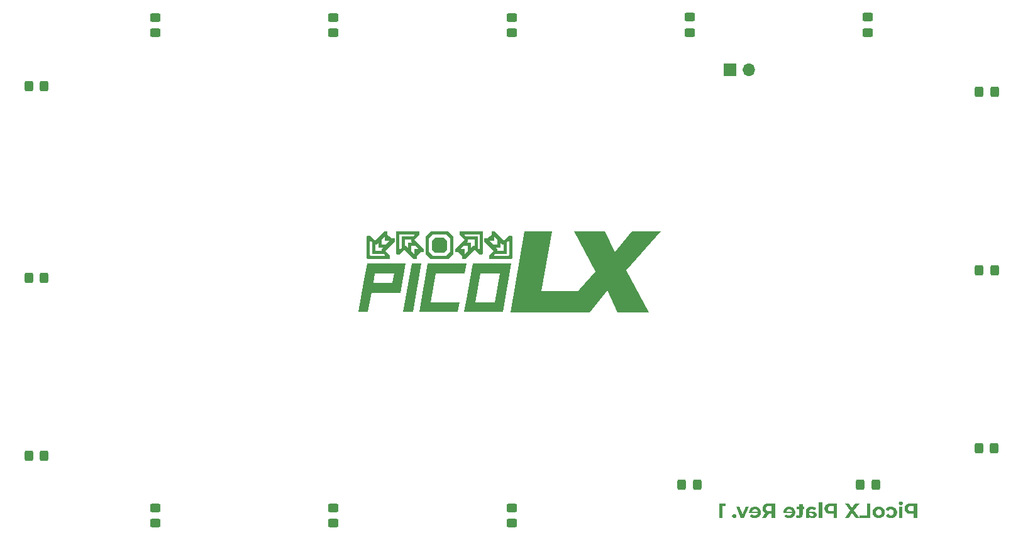
<source format=gbs>
%TF.GenerationSoftware,KiCad,Pcbnew,(7.0.0)*%
%TF.CreationDate,2023-03-23T02:07:03-06:00*%
%TF.ProjectId,MainPlate,4d61696e-506c-4617-9465-2e6b69636164,rev?*%
%TF.SameCoordinates,Original*%
%TF.FileFunction,Soldermask,Bot*%
%TF.FilePolarity,Negative*%
%FSLAX46Y46*%
G04 Gerber Fmt 4.6, Leading zero omitted, Abs format (unit mm)*
G04 Created by KiCad (PCBNEW (7.0.0)) date 2023-03-23 02:07:03*
%MOMM*%
%LPD*%
G01*
G04 APERTURE LIST*
G04 Aperture macros list*
%AMRoundRect*
0 Rectangle with rounded corners*
0 $1 Rounding radius*
0 $2 $3 $4 $5 $6 $7 $8 $9 X,Y pos of 4 corners*
0 Add a 4 corners polygon primitive as box body*
4,1,4,$2,$3,$4,$5,$6,$7,$8,$9,$2,$3,0*
0 Add four circle primitives for the rounded corners*
1,1,$1+$1,$2,$3*
1,1,$1+$1,$4,$5*
1,1,$1+$1,$6,$7*
1,1,$1+$1,$8,$9*
0 Add four rect primitives between the rounded corners*
20,1,$1+$1,$2,$3,$4,$5,0*
20,1,$1+$1,$4,$5,$6,$7,0*
20,1,$1+$1,$6,$7,$8,$9,0*
20,1,$1+$1,$8,$9,$2,$3,0*%
G04 Aperture macros list end*
%ADD10C,0.000000*%
%ADD11C,0.300000*%
%ADD12O,1.700000X1.700000*%
%ADD13R,1.700000X1.700000*%
%ADD14RoundRect,0.250000X-0.325000X-0.450000X0.325000X-0.450000X0.325000X0.450000X-0.325000X0.450000X0*%
%ADD15RoundRect,0.250000X-0.450000X0.325000X-0.450000X-0.325000X0.450000X-0.325000X0.450000X0.325000X0*%
%ADD16RoundRect,0.250000X0.325000X0.450000X-0.325000X0.450000X-0.325000X-0.450000X0.325000X-0.450000X0*%
%ADD17RoundRect,0.250000X0.450000X-0.325000X0.450000X0.325000X-0.450000X0.325000X-0.450000X-0.325000X0*%
G04 APERTURE END LIST*
D10*
G36*
X132500944Y-96498227D02*
G01*
X132501844Y-96497354D01*
X132501844Y-96498280D01*
X133142162Y-96498254D01*
X132712982Y-96928493D01*
X132075600Y-96924471D01*
X132075600Y-96923571D01*
X132074727Y-96923571D01*
X132070706Y-96286216D01*
X132500892Y-95857036D01*
X132500944Y-96498227D01*
G37*
G36*
X138429013Y-97503168D02*
G01*
X138429013Y-95730486D01*
X138861130Y-95730486D01*
X138861130Y-97503168D01*
X139417866Y-98059904D01*
X141190549Y-98059904D01*
X141747259Y-97503168D01*
X141747259Y-95730486D01*
X141190549Y-95173776D01*
X139417866Y-95173776D01*
X138861130Y-95730486D01*
X138429013Y-95730486D01*
X138429013Y-95465056D01*
X139152437Y-94741632D01*
X141455978Y-94741632D01*
X142179402Y-95465057D01*
X142179402Y-97768598D01*
X141455978Y-98492022D01*
X139152437Y-98492022D01*
X138429013Y-97768598D01*
X138429013Y-97503168D01*
G37*
G36*
X161731353Y-95086929D02*
G01*
X161734035Y-95087209D01*
X161736358Y-95087661D01*
X161738337Y-95088272D01*
X161739986Y-95089031D01*
X161741317Y-95089924D01*
X161742345Y-95090940D01*
X161743084Y-95092067D01*
X161743546Y-95093292D01*
X161743747Y-95094602D01*
X161743699Y-95095986D01*
X161743417Y-95097432D01*
X161742913Y-95098926D01*
X161742203Y-95100457D01*
X161741299Y-95102013D01*
X161740215Y-95103581D01*
X161738966Y-95105149D01*
X161737564Y-95106705D01*
X161736024Y-95108236D01*
X161734359Y-95109731D01*
X161732583Y-95111176D01*
X161730709Y-95112560D01*
X161728752Y-95113871D01*
X161726726Y-95115096D01*
X161724643Y-95116222D01*
X161722518Y-95117238D01*
X161720364Y-95118132D01*
X161718195Y-95118890D01*
X161716025Y-95119501D01*
X161713868Y-95119953D01*
X161711737Y-95120233D01*
X161709647Y-95120329D01*
X161706593Y-95120233D01*
X161703911Y-95119953D01*
X161701587Y-95119502D01*
X161699608Y-95118891D01*
X161697960Y-95118133D01*
X161696629Y-95117240D01*
X161695601Y-95116225D01*
X161694862Y-95115099D01*
X161694400Y-95113875D01*
X161694199Y-95112566D01*
X161694247Y-95111183D01*
X161694530Y-95109738D01*
X161695033Y-95108244D01*
X161695744Y-95106714D01*
X161696648Y-95105159D01*
X161697731Y-95103591D01*
X161698981Y-95102024D01*
X161700383Y-95100468D01*
X161701923Y-95098938D01*
X161703588Y-95097443D01*
X161705364Y-95095998D01*
X161707238Y-95094614D01*
X161709194Y-95093303D01*
X161711221Y-95092078D01*
X161713304Y-95090951D01*
X161715429Y-95089934D01*
X161717583Y-95089040D01*
X161719751Y-95088280D01*
X161721921Y-95087667D01*
X161724078Y-95087214D01*
X161726208Y-95086932D01*
X161728299Y-95086833D01*
X161731353Y-95086929D01*
G37*
G36*
X148537711Y-96286216D02*
G01*
X148533688Y-96923598D01*
X148532815Y-96923598D01*
X148532815Y-96924497D01*
X147895407Y-96928519D01*
X147466254Y-96498306D01*
X148107417Y-96498254D01*
X148106546Y-96497354D01*
X148107471Y-96497354D01*
X148107471Y-95857036D01*
X148537711Y-96286216D01*
G37*
G36*
X133062999Y-95646877D02*
G01*
X133352322Y-95936199D01*
X133635240Y-95936199D01*
X133635240Y-96003880D01*
X133567268Y-96072036D01*
X132927162Y-96072036D01*
X132927162Y-95431956D01*
X132995319Y-95363931D01*
X133062999Y-95363931D01*
X133062999Y-95646877D01*
G37*
G36*
X130507151Y-96093361D02*
G01*
X130507151Y-96074522D01*
X130930484Y-96074522D01*
X130930484Y-96093361D01*
X130930564Y-97922717D01*
X130930758Y-97932396D01*
X130931328Y-97941627D01*
X130932258Y-97950420D01*
X130933531Y-97958787D01*
X130935130Y-97966737D01*
X130937038Y-97974281D01*
X130939239Y-97981430D01*
X130941716Y-97988195D01*
X130944452Y-97994585D01*
X130947431Y-98000612D01*
X130950636Y-98006287D01*
X130954049Y-98011620D01*
X130957655Y-98016621D01*
X130961436Y-98021301D01*
X130965376Y-98025671D01*
X130969458Y-98029741D01*
X130973528Y-98033818D01*
X130977898Y-98037754D01*
X130982578Y-98041532D01*
X130987579Y-98045134D01*
X130992912Y-98048545D01*
X130998586Y-98051747D01*
X131004613Y-98054724D01*
X131011004Y-98057459D01*
X131017768Y-98059935D01*
X131024917Y-98062135D01*
X131032462Y-98064043D01*
X131040412Y-98065642D01*
X131048778Y-98066914D01*
X131057571Y-98067844D01*
X131066802Y-98068414D01*
X131076482Y-98068608D01*
X132905837Y-98068687D01*
X132924649Y-98068687D01*
X132926104Y-97925442D01*
X132777329Y-97776878D01*
X132499199Y-97499171D01*
X132499199Y-97142805D01*
X132712982Y-96928465D01*
X133142163Y-96498252D01*
X133567268Y-96072035D01*
X133635240Y-96003852D01*
X133635240Y-95936171D01*
X133352322Y-95936171D01*
X133207648Y-95791523D01*
X133063000Y-95646849D01*
X133063000Y-95363904D01*
X132995319Y-95363904D01*
X132927135Y-95431929D01*
X132500892Y-95857008D01*
X132070706Y-96286189D01*
X131856367Y-96499999D01*
X131500026Y-96499999D01*
X131222319Y-96221869D01*
X131073729Y-96073094D01*
X130930484Y-96074522D01*
X130507151Y-96074522D01*
X130507151Y-95502917D01*
X130507668Y-95497100D01*
X130508594Y-95490423D01*
X130510211Y-95481762D01*
X130512705Y-95471515D01*
X130516262Y-95460077D01*
X130521067Y-95447846D01*
X130523995Y-95441556D01*
X130527305Y-95435217D01*
X130531020Y-95428878D01*
X130535163Y-95422588D01*
X130539757Y-95416397D01*
X130544826Y-95410355D01*
X130550391Y-95404511D01*
X130556478Y-95398914D01*
X130563109Y-95393615D01*
X130570306Y-95388662D01*
X130578094Y-95384106D01*
X130586495Y-95379996D01*
X130595533Y-95376382D01*
X130605231Y-95373313D01*
X130615612Y-95370838D01*
X130626699Y-95369008D01*
X130638515Y-95367871D01*
X130651084Y-95367478D01*
X130967420Y-95366975D01*
X131607183Y-96006764D01*
X132872341Y-94741553D01*
X133284959Y-94741553D01*
X133284959Y-95154171D01*
X133564941Y-95434126D01*
X133844923Y-95714135D01*
X134257541Y-95714135D01*
X134257541Y-96126727D01*
X132992329Y-97391937D01*
X133632118Y-98031699D01*
X133631615Y-98348009D01*
X133631227Y-98360585D01*
X133630095Y-98372408D01*
X133628269Y-98383501D01*
X133625799Y-98393888D01*
X133622734Y-98403591D01*
X133619124Y-98412634D01*
X133615018Y-98421040D01*
X133610465Y-98428833D01*
X133605516Y-98436034D01*
X133600221Y-98442668D01*
X133594627Y-98448758D01*
X133588786Y-98454327D01*
X133582747Y-98459398D01*
X133576559Y-98463995D01*
X133570272Y-98468140D01*
X133563935Y-98471857D01*
X133557598Y-98475169D01*
X133551311Y-98478099D01*
X133539084Y-98482906D01*
X133527649Y-98486465D01*
X133517405Y-98488960D01*
X133508746Y-98490578D01*
X133502071Y-98491503D01*
X133496255Y-98492021D01*
X130659683Y-98492021D01*
X130649272Y-98491841D01*
X130639333Y-98491311D01*
X130629856Y-98490445D01*
X130620830Y-98489260D01*
X130612243Y-98487770D01*
X130604085Y-98485989D01*
X130596344Y-98483935D01*
X130589009Y-98481620D01*
X130582070Y-98479060D01*
X130575515Y-98476272D01*
X130569333Y-98473268D01*
X130563514Y-98470065D01*
X130558045Y-98466678D01*
X130552917Y-98463122D01*
X130548118Y-98459411D01*
X130543637Y-98455562D01*
X130539782Y-98451076D01*
X130536068Y-98446273D01*
X130532508Y-98441141D01*
X130529118Y-98435669D01*
X130525912Y-98429846D01*
X130522907Y-98423662D01*
X130520116Y-98417104D01*
X130517555Y-98410163D01*
X130515240Y-98402826D01*
X130513184Y-98395082D01*
X130511403Y-98386921D01*
X130509912Y-98378331D01*
X130508727Y-98369301D01*
X130507861Y-98359821D01*
X130507331Y-98349878D01*
X130507151Y-98339462D01*
X130507151Y-96093361D01*
G37*
G36*
X136733192Y-105623890D02*
G01*
X135430385Y-105623890D01*
X136578993Y-99109823D01*
X137881802Y-99109823D01*
X136733192Y-105623890D01*
G37*
G36*
X130535117Y-99109823D02*
G01*
X135746403Y-99109823D01*
X135057243Y-103018275D01*
X131148765Y-103018275D01*
X130689316Y-105623890D01*
X129386508Y-105623890D01*
X130075675Y-101715440D01*
X131378503Y-101715440D01*
X133984119Y-101715440D01*
X134213831Y-100412632D01*
X131608214Y-100412632D01*
X131378503Y-101715440D01*
X130075675Y-101715440D01*
X130535117Y-99109823D01*
G37*
G36*
X136460117Y-95734480D02*
G01*
X136460117Y-95879128D01*
X135610249Y-95879128D01*
X135610249Y-95883812D01*
X135605592Y-95883812D01*
X135605592Y-96733653D01*
X135460918Y-96733653D01*
X135183237Y-97011783D01*
X135183237Y-95456774D01*
X136738247Y-95456774D01*
X136460117Y-95734480D01*
G37*
G36*
X147681253Y-95431956D02*
G01*
X147681253Y-96072036D01*
X147041173Y-96072036D01*
X146973123Y-96003880D01*
X146973123Y-95936199D01*
X147256096Y-95936199D01*
X147400743Y-95791578D01*
X147545418Y-95646903D01*
X147545418Y-95363958D01*
X147613097Y-95363958D01*
X147681253Y-95431956D01*
G37*
G36*
X142389929Y-97106900D02*
G01*
X143655167Y-95841715D01*
X143015379Y-95201953D01*
X143015855Y-94885645D01*
X143016244Y-94873068D01*
X143017376Y-94861245D01*
X143019201Y-94850152D01*
X143021672Y-94839765D01*
X143024737Y-94830062D01*
X143028347Y-94821019D01*
X143032453Y-94812613D01*
X143037006Y-94804820D01*
X143041955Y-94797619D01*
X143047250Y-94790985D01*
X143052844Y-94784895D01*
X143058685Y-94779326D01*
X143064724Y-94774255D01*
X143070912Y-94769658D01*
X143077200Y-94765513D01*
X143083536Y-94761796D01*
X143089873Y-94758484D01*
X143096161Y-94755554D01*
X143108388Y-94750747D01*
X143119823Y-94747189D01*
X143130067Y-94744693D01*
X143138726Y-94743076D01*
X143145401Y-94742150D01*
X143151218Y-94741632D01*
X145987788Y-94741632D01*
X145998200Y-94741812D01*
X146008138Y-94742342D01*
X146017615Y-94743208D01*
X146026642Y-94744394D01*
X146035229Y-94745884D01*
X146043388Y-94747665D01*
X146051130Y-94749721D01*
X146058466Y-94752036D01*
X146065406Y-94754597D01*
X146071963Y-94757388D01*
X146078147Y-94760393D01*
X146083969Y-94763598D01*
X146089441Y-94766989D01*
X146094573Y-94770548D01*
X146099376Y-94774263D01*
X146103862Y-94778117D01*
X146107712Y-94782603D01*
X146111422Y-94787407D01*
X146114978Y-94792539D01*
X146118366Y-94798010D01*
X146121568Y-94803833D01*
X146124572Y-94810017D01*
X146127361Y-94816575D01*
X146129920Y-94823517D01*
X146132235Y-94830854D01*
X146134290Y-94838597D01*
X146136070Y-94846758D01*
X146137560Y-94855348D01*
X146138746Y-94864378D01*
X146139611Y-94873858D01*
X146140141Y-94883801D01*
X146140321Y-94894217D01*
X146140321Y-97730762D01*
X146139805Y-97736578D01*
X146138881Y-97743254D01*
X146137265Y-97751913D01*
X146134773Y-97762158D01*
X146131218Y-97773593D01*
X146126415Y-97785822D01*
X146123488Y-97792111D01*
X146120179Y-97798449D01*
X146116465Y-97804787D01*
X146112323Y-97811075D01*
X146107730Y-97817265D01*
X146102663Y-97823306D01*
X146097098Y-97829149D01*
X146091012Y-97834745D01*
X146084382Y-97840043D01*
X146077186Y-97844994D01*
X146069398Y-97849549D01*
X146060997Y-97853658D01*
X146051960Y-97857272D01*
X146042262Y-97860341D01*
X146031881Y-97862815D01*
X146020794Y-97864645D01*
X146008977Y-97865781D01*
X145996408Y-97866174D01*
X145680098Y-97866651D01*
X145040311Y-97226862D01*
X143775127Y-98492073D01*
X143362509Y-98492073D01*
X143362509Y-98079455D01*
X143082527Y-97799500D01*
X142802547Y-97519518D01*
X142389929Y-97519518D01*
X142389929Y-97297482D01*
X142389929Y-97229801D01*
X143012176Y-97229801D01*
X143012176Y-97297482D01*
X143295123Y-97297482D01*
X143439798Y-97442130D01*
X143584419Y-97586803D01*
X143584419Y-97869749D01*
X143652100Y-97869749D01*
X143720309Y-97801724D01*
X144146551Y-97376644D01*
X144576765Y-96947463D01*
X144791104Y-96733654D01*
X145147472Y-96733654D01*
X145425177Y-97011784D01*
X145573767Y-97160558D01*
X145716959Y-97159132D01*
X145716959Y-97140293D01*
X145716879Y-95310964D01*
X145716685Y-95301280D01*
X145716115Y-95292046D01*
X145715185Y-95283250D01*
X145713913Y-95274882D01*
X145712314Y-95266931D01*
X145710405Y-95259387D01*
X145708204Y-95252238D01*
X145705727Y-95245473D01*
X145702991Y-95239083D01*
X145700012Y-95233055D01*
X145696808Y-95227380D01*
X145693395Y-95222047D01*
X145689789Y-95217044D01*
X145686008Y-95212362D01*
X145682068Y-95207989D01*
X145677986Y-95203914D01*
X145673916Y-95199841D01*
X145669546Y-95195909D01*
X145664866Y-95192133D01*
X145659865Y-95188532D01*
X145654533Y-95185122D01*
X145648858Y-95181919D01*
X145642831Y-95178942D01*
X145636441Y-95176206D01*
X145629676Y-95173728D01*
X145622527Y-95171526D01*
X145614983Y-95169617D01*
X145607033Y-95168017D01*
X145598667Y-95166743D01*
X145589873Y-95165812D01*
X145580642Y-95165241D01*
X145570962Y-95165047D01*
X143741608Y-95164967D01*
X143722795Y-95164967D01*
X143721313Y-95308213D01*
X143870088Y-95456776D01*
X144148219Y-95734483D01*
X144148219Y-96090823D01*
X143934434Y-96305189D01*
X143505254Y-96735427D01*
X143080148Y-97161645D01*
X143012176Y-97229801D01*
X142389929Y-97229801D01*
X142389929Y-97106900D01*
G37*
G36*
X146350796Y-96003879D02*
G01*
X146350796Y-95936198D01*
X146973151Y-95936198D01*
X146973151Y-96003879D01*
X147041174Y-96072089D01*
X147466254Y-96498306D01*
X147895435Y-96928519D01*
X148109244Y-97142831D01*
X148109244Y-97499198D01*
X147831114Y-97776905D01*
X147682312Y-97925495D01*
X147683743Y-98068713D01*
X147702556Y-98068713D01*
X149531885Y-98068634D01*
X149541569Y-98068440D01*
X149550804Y-98067870D01*
X149559601Y-98066940D01*
X149567971Y-98065667D01*
X149575924Y-98064068D01*
X149583470Y-98062160D01*
X149590621Y-98059959D01*
X149597386Y-98057482D01*
X149603778Y-98054745D01*
X149609806Y-98051767D01*
X149615481Y-98048562D01*
X149620814Y-98045149D01*
X149625815Y-98041543D01*
X149630495Y-98037762D01*
X149634865Y-98033822D01*
X149638936Y-98029740D01*
X149643009Y-98025670D01*
X149646941Y-98021300D01*
X149650716Y-98016619D01*
X149654318Y-98011618D01*
X149657728Y-98006286D01*
X149660930Y-98000611D01*
X149663908Y-97994584D01*
X149666644Y-97988194D01*
X149669121Y-97981429D01*
X149671323Y-97974280D01*
X149673233Y-97966736D01*
X149674833Y-97958786D01*
X149676107Y-97950420D01*
X149677038Y-97941626D01*
X149677609Y-97932395D01*
X149677803Y-97922716D01*
X149677882Y-96093360D01*
X149677882Y-96074548D01*
X149534663Y-96073093D01*
X149386072Y-96221868D01*
X149108392Y-96499998D01*
X148752025Y-96499998D01*
X148537686Y-96286215D01*
X148107472Y-95857034D01*
X147681256Y-95431929D01*
X147613100Y-95363957D01*
X147545419Y-95363957D01*
X147545419Y-95646902D01*
X147400772Y-95791576D01*
X147256097Y-95936198D01*
X146973151Y-95936198D01*
X146350796Y-95936198D01*
X146350796Y-95714214D01*
X146763414Y-95714214D01*
X147043370Y-95434232D01*
X147323378Y-95154250D01*
X147323378Y-94741632D01*
X147735969Y-94741632D01*
X149001154Y-96006869D01*
X149640916Y-95367081D01*
X149957226Y-95367557D01*
X149969803Y-95367945D01*
X149981626Y-95369077D01*
X149992719Y-95370903D01*
X150003105Y-95373373D01*
X150012809Y-95376438D01*
X150021852Y-95380049D01*
X150030258Y-95384155D01*
X150038050Y-95388707D01*
X150045251Y-95393656D01*
X150051885Y-95398951D01*
X150057975Y-95404545D01*
X150063544Y-95410386D01*
X150068615Y-95416425D01*
X150073212Y-95422613D01*
X150077357Y-95428900D01*
X150081074Y-95435237D01*
X150084386Y-95441574D01*
X150087316Y-95447861D01*
X150092123Y-95460088D01*
X150095682Y-95471523D01*
X150098177Y-95481767D01*
X150099795Y-95490426D01*
X150100721Y-95497101D01*
X150101239Y-95502917D01*
X150101239Y-98339489D01*
X150101059Y-98349905D01*
X150100529Y-98359848D01*
X150099663Y-98369328D01*
X150098478Y-98378358D01*
X150096987Y-98386948D01*
X150095207Y-98395109D01*
X150093152Y-98402852D01*
X150090838Y-98410189D01*
X150088278Y-98417131D01*
X150085489Y-98423689D01*
X150082486Y-98429873D01*
X150079283Y-98435696D01*
X150075896Y-98441167D01*
X150072340Y-98446299D01*
X150068629Y-98451103D01*
X150064780Y-98455589D01*
X150060294Y-98459438D01*
X150055490Y-98463149D01*
X150050358Y-98466705D01*
X150044886Y-98470092D01*
X150039064Y-98473295D01*
X150032879Y-98476298D01*
X150026322Y-98479087D01*
X150019380Y-98481647D01*
X150012043Y-98483961D01*
X150004300Y-98486016D01*
X149996138Y-98487796D01*
X149987549Y-98489287D01*
X149978519Y-98490472D01*
X149969039Y-98491337D01*
X149959096Y-98491868D01*
X149948680Y-98492048D01*
X147112135Y-98492048D01*
X147106318Y-98491530D01*
X147099641Y-98490605D01*
X147090980Y-98488988D01*
X147080733Y-98486493D01*
X147069295Y-98482937D01*
X147057063Y-98478132D01*
X147050774Y-98475203D01*
X147044434Y-98471893D01*
X147038095Y-98468178D01*
X147031805Y-98464035D01*
X147025614Y-98459441D01*
X147019572Y-98454373D01*
X147013727Y-98448807D01*
X147008131Y-98442720D01*
X147002831Y-98436089D01*
X146997879Y-98428892D01*
X146993323Y-98421104D01*
X146989213Y-98412703D01*
X146985598Y-98403665D01*
X146982529Y-98393967D01*
X146980054Y-98383586D01*
X146978224Y-98372499D01*
X146977087Y-98360682D01*
X146976694Y-98348113D01*
X146976192Y-98031778D01*
X147615982Y-97392016D01*
X146350796Y-96126831D01*
X146350796Y-96003879D01*
G37*
G36*
X137596184Y-97229800D02*
G01*
X137596184Y-97297480D01*
X137313238Y-97297480D01*
X137168565Y-97442128D01*
X137023917Y-97586775D01*
X137023917Y-97869720D01*
X136956237Y-97869720D01*
X136888053Y-97801723D01*
X136888053Y-97161643D01*
X137528160Y-97161643D01*
X137596184Y-97229800D01*
G37*
G36*
X154008182Y-102808486D02*
G01*
X158915539Y-102808486D01*
X158414447Y-105650402D01*
X149842079Y-105650402D01*
X151758881Y-94779678D01*
X155423862Y-94779678D01*
X154008182Y-102808486D01*
G37*
G36*
X144758217Y-99109823D02*
G01*
X149969504Y-99109823D01*
X148820921Y-105623890D01*
X143609608Y-105623890D01*
X143839329Y-104321082D01*
X145142154Y-104321082D01*
X147747769Y-104321082D01*
X148436955Y-100412630D01*
X145831340Y-100412630D01*
X145142154Y-104321082D01*
X143839329Y-104321082D01*
X144758217Y-99109823D01*
G37*
G36*
X163912729Y-97512904D02*
G01*
X166196109Y-94779706D01*
X170140622Y-94779706D01*
X165441382Y-100028693D01*
X168456784Y-105650402D01*
X164263776Y-105650402D01*
X162896753Y-102746360D01*
X160552200Y-105650402D01*
X156374750Y-105650402D01*
X161270361Y-100168475D01*
X158431302Y-94779706D01*
X162546658Y-94779706D01*
X163912729Y-97512904D01*
G37*
G36*
X134468095Y-97159103D02*
G01*
X134468095Y-97140292D01*
X134891428Y-97140292D01*
X134891428Y-97159103D01*
X135034674Y-97160585D01*
X135183237Y-97011810D01*
X135460918Y-96733681D01*
X135817284Y-96733681D01*
X136031624Y-96947463D01*
X136461836Y-97376644D01*
X136888054Y-97801750D01*
X136956237Y-97869721D01*
X137023918Y-97869721D01*
X137023918Y-97586776D01*
X137168566Y-97442128D01*
X137313240Y-97297480D01*
X137596185Y-97297480D01*
X137596185Y-97229800D01*
X137528160Y-97161617D01*
X137103081Y-96735373D01*
X136673900Y-96305161D01*
X136460090Y-96090821D01*
X136460090Y-95734480D01*
X136738220Y-95456774D01*
X136887022Y-95308184D01*
X136885593Y-95164939D01*
X136866754Y-95164939D01*
X135037399Y-95165018D01*
X135027720Y-95165212D01*
X135018489Y-95165782D01*
X135009695Y-95166712D01*
X135001329Y-95167985D01*
X134993379Y-95169584D01*
X134985835Y-95171493D01*
X134978686Y-95173694D01*
X134971921Y-95176171D01*
X134965531Y-95178907D01*
X134959503Y-95181886D01*
X134953829Y-95185090D01*
X134948496Y-95188504D01*
X134943495Y-95192109D01*
X134938815Y-95195891D01*
X134934445Y-95199830D01*
X134930375Y-95203912D01*
X134926302Y-95207983D01*
X134922369Y-95212353D01*
X134918594Y-95217033D01*
X134914993Y-95222034D01*
X134911583Y-95227366D01*
X134908380Y-95233041D01*
X134905403Y-95239068D01*
X134902667Y-95245459D01*
X134900189Y-95252223D01*
X134897987Y-95259372D01*
X134896078Y-95266916D01*
X134894478Y-95274866D01*
X134893204Y-95283233D01*
X134892273Y-95292026D01*
X134891702Y-95301257D01*
X134891508Y-95310937D01*
X134891428Y-97140292D01*
X134468095Y-97140292D01*
X134468095Y-94894190D01*
X134468275Y-94883779D01*
X134468806Y-94873840D01*
X134469671Y-94864363D01*
X134470857Y-94855337D01*
X134472348Y-94846750D01*
X134474128Y-94838591D01*
X134476184Y-94830849D01*
X134478500Y-94823513D01*
X134481061Y-94816573D01*
X134483851Y-94810016D01*
X134486857Y-94803832D01*
X134490062Y-94798010D01*
X134493452Y-94792538D01*
X134497012Y-94787407D01*
X134500727Y-94782603D01*
X134504581Y-94778117D01*
X134509067Y-94774263D01*
X134513870Y-94770548D01*
X134519000Y-94766989D01*
X134524470Y-94763598D01*
X134530291Y-94760393D01*
X134536473Y-94757388D01*
X134543028Y-94754597D01*
X134549967Y-94752036D01*
X134557302Y-94749721D01*
X134565043Y-94747665D01*
X134573202Y-94745884D01*
X134581789Y-94744394D01*
X134590817Y-94743208D01*
X134600296Y-94742342D01*
X134610238Y-94741812D01*
X134620653Y-94741632D01*
X137457199Y-94741632D01*
X137463015Y-94742149D01*
X137469691Y-94743073D01*
X137478350Y-94744689D01*
X137488596Y-94747182D01*
X137500032Y-94750737D01*
X137512262Y-94755542D01*
X137518551Y-94758470D01*
X137524889Y-94761780D01*
X137531228Y-94765495D01*
X137537517Y-94769638D01*
X137543708Y-94774232D01*
X137549750Y-94779301D01*
X137555594Y-94784868D01*
X137561191Y-94790956D01*
X137566490Y-94797588D01*
X137571443Y-94804787D01*
X137576000Y-94812577D01*
X137580111Y-94820981D01*
X137583726Y-94830021D01*
X137586797Y-94839722D01*
X137589273Y-94850107D01*
X137591105Y-94861197D01*
X137592244Y-94873018D01*
X137592639Y-94885592D01*
X137593115Y-95201927D01*
X136953326Y-95841690D01*
X138218537Y-97106874D01*
X138218537Y-97519518D01*
X137805920Y-97519518D01*
X137525964Y-97799474D01*
X137245982Y-98079456D01*
X137245982Y-98492074D01*
X136833364Y-98492074D01*
X135568180Y-97226836D01*
X134928391Y-97866625D01*
X134612108Y-97866122D01*
X134599529Y-97865733D01*
X134587704Y-97864601D01*
X134576609Y-97862776D01*
X134566221Y-97860305D01*
X134556516Y-97857240D01*
X134547472Y-97853630D01*
X134539066Y-97849524D01*
X134531273Y-97844972D01*
X134524071Y-97840023D01*
X134517437Y-97834727D01*
X134511347Y-97829134D01*
X134505778Y-97823293D01*
X134500707Y-97817253D01*
X134496111Y-97811065D01*
X134491966Y-97804778D01*
X134488250Y-97798441D01*
X134484939Y-97792105D01*
X134482010Y-97785817D01*
X134477204Y-97773590D01*
X134473647Y-97762156D01*
X134471153Y-97751911D01*
X134469537Y-97743253D01*
X134468612Y-97736577D01*
X134468095Y-97730761D01*
X134468095Y-97159103D01*
G37*
G36*
X137103054Y-96735373D02*
G01*
X136461889Y-96735426D01*
X136462762Y-96736299D01*
X136461836Y-96736299D01*
X136461862Y-97376617D01*
X136031624Y-96947437D01*
X136035646Y-96310055D01*
X136036519Y-96310055D01*
X136036519Y-96309182D01*
X136673900Y-96305161D01*
X137103054Y-96735373D01*
G37*
G36*
X145425204Y-97011783D02*
G01*
X145147499Y-96733653D01*
X145002824Y-96733653D01*
X145002824Y-95883812D01*
X144998141Y-95883812D01*
X144998141Y-95879155D01*
X144148299Y-95879155D01*
X144148299Y-95734480D01*
X143870169Y-95456774D01*
X145425204Y-95456774D01*
X145425204Y-97011783D01*
G37*
G36*
X141315088Y-95995942D02*
G01*
X141315088Y-97237737D01*
X140925091Y-97627733D01*
X139683298Y-97627733D01*
X139293301Y-97237737D01*
X139293301Y-95995942D01*
X139683298Y-95605920D01*
X140925091Y-95605920D01*
X141315088Y-95995942D01*
G37*
G36*
X143720309Y-97801697D02*
G01*
X143652153Y-97869747D01*
X143584473Y-97869747D01*
X143584473Y-97586802D01*
X143439851Y-97442128D01*
X143295177Y-97297453D01*
X143012231Y-97297453D01*
X143012231Y-97229800D01*
X143080229Y-97161643D01*
X143720309Y-97161643D01*
X143720309Y-97801697D01*
G37*
G36*
X131500000Y-96500000D02*
G01*
X131644673Y-96500000D01*
X131644673Y-97349841D01*
X131649357Y-97349841D01*
X131649357Y-97354524D01*
X132499198Y-97354524D01*
X132499198Y-97499172D01*
X132777328Y-97776879D01*
X131222319Y-97776879D01*
X131222319Y-96221870D01*
X131500000Y-96500000D01*
G37*
G36*
X144571898Y-96309182D02*
G01*
X144571898Y-96310055D01*
X144572769Y-96310055D01*
X144576793Y-96947462D01*
X144146579Y-97376617D01*
X144146526Y-96735426D01*
X144145654Y-96736326D01*
X144145654Y-96735400D01*
X143505334Y-96735426D01*
X143934515Y-96305187D01*
X144571898Y-96309182D01*
G37*
G36*
X143695941Y-100412630D02*
G01*
X139787463Y-100412630D01*
X139098303Y-104321082D01*
X143006779Y-104321082D01*
X142777069Y-105623890D01*
X137565784Y-105623890D01*
X138714392Y-99109823D01*
X143925679Y-99109823D01*
X143695941Y-100412630D01*
G37*
G36*
X149386096Y-97776905D02*
G01*
X147831088Y-97776905D01*
X148109216Y-97499198D01*
X148109216Y-97354551D01*
X148959059Y-97354551D01*
X148959059Y-97349841D01*
X148963742Y-97349841D01*
X148963742Y-96500000D01*
X149108417Y-96500000D01*
X149386096Y-96221870D01*
X149386096Y-97776905D01*
G37*
D11*
G36*
X204627680Y-133358800D02*
G01*
X204174366Y-133358800D01*
X204174366Y-132811207D01*
X203779181Y-132811207D01*
X203746904Y-132810873D01*
X203715166Y-132809871D01*
X203683966Y-132808202D01*
X203653304Y-132805864D01*
X203623180Y-132802859D01*
X203593594Y-132799186D01*
X203564547Y-132794845D01*
X203536037Y-132789836D01*
X203508065Y-132784159D01*
X203480632Y-132777814D01*
X203453737Y-132770802D01*
X203427379Y-132763122D01*
X203401560Y-132754774D01*
X203376279Y-132745758D01*
X203351536Y-132736074D01*
X203327331Y-132725722D01*
X203303680Y-132714741D01*
X203280719Y-132703168D01*
X203258449Y-132691003D01*
X203236870Y-132678247D01*
X203215981Y-132664900D01*
X203195784Y-132650961D01*
X203176277Y-132636430D01*
X203157460Y-132621308D01*
X203139335Y-132605595D01*
X203121900Y-132589290D01*
X203105156Y-132572393D01*
X203089103Y-132554905D01*
X203073741Y-132536825D01*
X203059069Y-132518154D01*
X203045088Y-132498891D01*
X203031798Y-132479037D01*
X203019257Y-132458614D01*
X203007526Y-132437767D01*
X202996604Y-132416497D01*
X202986490Y-132394804D01*
X202977186Y-132372686D01*
X202968691Y-132350145D01*
X202961005Y-132327181D01*
X202954128Y-132303793D01*
X202948060Y-132279981D01*
X202942802Y-132255745D01*
X202938352Y-132231086D01*
X202934711Y-132206004D01*
X202931879Y-132180498D01*
X202929857Y-132154568D01*
X202928643Y-132128214D01*
X202928239Y-132101437D01*
X203387415Y-132101437D01*
X203387519Y-132111865D01*
X203388351Y-132132271D01*
X203390015Y-132152077D01*
X203394071Y-132180664D01*
X203399998Y-132207902D01*
X203407798Y-132233792D01*
X203417469Y-132258334D01*
X203429013Y-132281528D01*
X203442428Y-132303374D01*
X203457715Y-132323872D01*
X203474874Y-132343022D01*
X203493905Y-132360823D01*
X203507598Y-132371885D01*
X203529568Y-132387139D01*
X203553256Y-132400787D01*
X203578661Y-132412830D01*
X203605784Y-132423267D01*
X203624819Y-132429333D01*
X203644618Y-132434686D01*
X203665180Y-132439324D01*
X203686506Y-132443249D01*
X203708594Y-132446461D01*
X203731446Y-132448959D01*
X203755062Y-132450743D01*
X203779440Y-132451813D01*
X203804582Y-132452170D01*
X204174366Y-132452170D01*
X204174366Y-131748262D01*
X203804582Y-131748262D01*
X203791916Y-131748351D01*
X203767156Y-131749065D01*
X203743159Y-131750492D01*
X203719925Y-131752633D01*
X203697455Y-131755488D01*
X203675748Y-131759056D01*
X203654804Y-131763338D01*
X203634623Y-131768333D01*
X203615206Y-131774043D01*
X203587511Y-131783945D01*
X203561534Y-131795452D01*
X203537273Y-131808565D01*
X203514731Y-131823284D01*
X203493905Y-131839609D01*
X203481010Y-131851336D01*
X203463227Y-131870087D01*
X203447316Y-131890228D01*
X203433276Y-131911761D01*
X203421109Y-131934684D01*
X203410814Y-131958999D01*
X203402390Y-131984705D01*
X203395839Y-132011801D01*
X203391159Y-132040289D01*
X203389079Y-132060053D01*
X203387831Y-132080436D01*
X203387415Y-132101437D01*
X202928239Y-132101437D01*
X202928643Y-132074372D01*
X202929857Y-132047765D01*
X202931879Y-132021616D01*
X202934711Y-131995924D01*
X202938352Y-131970691D01*
X202942802Y-131945916D01*
X202948060Y-131921598D01*
X202954128Y-131897739D01*
X202961005Y-131874337D01*
X202968691Y-131851394D01*
X202977186Y-131828908D01*
X202986490Y-131806880D01*
X202996604Y-131785311D01*
X203007526Y-131764199D01*
X203019257Y-131743545D01*
X203031798Y-131723349D01*
X203045088Y-131703608D01*
X203059069Y-131684438D01*
X203073741Y-131665842D01*
X203089103Y-131647817D01*
X203105156Y-131630365D01*
X203121900Y-131613486D01*
X203139335Y-131597179D01*
X203157460Y-131581444D01*
X203176277Y-131566282D01*
X203195784Y-131551692D01*
X203215981Y-131537675D01*
X203236870Y-131524230D01*
X203258449Y-131511358D01*
X203280719Y-131499058D01*
X203303680Y-131487331D01*
X203327331Y-131476176D01*
X203351536Y-131465646D01*
X203376279Y-131455797D01*
X203401560Y-131446626D01*
X203427379Y-131438135D01*
X203453737Y-131430323D01*
X203480632Y-131423190D01*
X203508065Y-131416737D01*
X203536037Y-131410963D01*
X203564547Y-131405868D01*
X203593594Y-131401453D01*
X203623180Y-131397716D01*
X203653304Y-131394660D01*
X203683966Y-131392282D01*
X203715166Y-131390584D01*
X203746904Y-131389565D01*
X203779181Y-131389225D01*
X204627680Y-131389225D01*
X204627680Y-133358800D01*
G37*
G36*
X202638078Y-131858171D02*
G01*
X202201372Y-131858171D01*
X202201372Y-133358800D01*
X202638078Y-133358800D01*
X202638078Y-131858171D01*
G37*
G36*
X202420213Y-131639330D02*
G01*
X202442354Y-131638699D01*
X202463713Y-131636805D01*
X202484291Y-131633650D01*
X202504088Y-131629232D01*
X202523103Y-131623552D01*
X202547241Y-131614015D01*
X202569990Y-131602234D01*
X202591350Y-131588209D01*
X202611321Y-131571940D01*
X202616096Y-131567522D01*
X202633842Y-131549029D01*
X202649222Y-131529451D01*
X202662235Y-131508790D01*
X202672883Y-131487044D01*
X202681164Y-131464215D01*
X202687079Y-131440302D01*
X202690628Y-131415306D01*
X202691812Y-131389225D01*
X202691146Y-131369563D01*
X202688188Y-131344295D01*
X202682865Y-131320112D01*
X202675175Y-131297012D01*
X202665119Y-131274995D01*
X202652697Y-131254063D01*
X202637909Y-131234214D01*
X202620754Y-131215450D01*
X202616096Y-131210928D01*
X202596473Y-131194098D01*
X202575460Y-131179512D01*
X202553059Y-131167170D01*
X202529268Y-131157072D01*
X202510513Y-131150972D01*
X202490977Y-131146133D01*
X202470660Y-131142557D01*
X202449561Y-131140242D01*
X202427681Y-131139191D01*
X202420213Y-131139121D01*
X202397990Y-131139726D01*
X202376565Y-131141542D01*
X202355938Y-131144569D01*
X202336110Y-131148806D01*
X202317080Y-131154254D01*
X202292950Y-131163402D01*
X202270239Y-131174702D01*
X202248948Y-131188155D01*
X202229077Y-131203759D01*
X202224331Y-131207997D01*
X202206585Y-131225758D01*
X202191205Y-131244603D01*
X202178192Y-131264532D01*
X202167544Y-131285544D01*
X202159263Y-131307640D01*
X202153348Y-131330821D01*
X202149798Y-131355085D01*
X202148615Y-131380432D01*
X202149281Y-131401155D01*
X202151277Y-131421190D01*
X202154605Y-131440539D01*
X202161111Y-131465269D01*
X202169984Y-131488777D01*
X202181223Y-131511064D01*
X202194828Y-131532130D01*
X202210800Y-131551975D01*
X202224331Y-131566057D01*
X202238835Y-131579152D01*
X202259416Y-131594608D01*
X202281417Y-131607774D01*
X202304838Y-131618650D01*
X202323335Y-131625305D01*
X202342631Y-131630672D01*
X202362725Y-131634750D01*
X202383618Y-131637541D01*
X202405309Y-131639044D01*
X202420213Y-131639330D01*
G37*
G36*
X201068085Y-133374431D02*
G01*
X201097997Y-133374048D01*
X201127528Y-133372897D01*
X201156677Y-133370979D01*
X201185444Y-133368294D01*
X201213829Y-133364843D01*
X201241833Y-133360624D01*
X201269456Y-133355638D01*
X201296696Y-133349885D01*
X201323555Y-133343364D01*
X201350033Y-133336077D01*
X201376129Y-133328023D01*
X201401843Y-133319202D01*
X201427175Y-133309613D01*
X201452126Y-133299258D01*
X201476696Y-133288135D01*
X201500883Y-133276245D01*
X201524493Y-133263676D01*
X201547450Y-133250516D01*
X201569754Y-133236764D01*
X201591406Y-133222420D01*
X201612405Y-133207485D01*
X201632752Y-133191959D01*
X201652446Y-133175841D01*
X201671487Y-133159131D01*
X201689876Y-133141830D01*
X201707612Y-133123937D01*
X201724696Y-133105453D01*
X201741127Y-133086377D01*
X201756905Y-133066710D01*
X201772031Y-133046451D01*
X201786504Y-133025601D01*
X201800325Y-133004159D01*
X201813398Y-132982177D01*
X201825627Y-132959829D01*
X201837013Y-132937114D01*
X201847556Y-132914033D01*
X201857255Y-132890586D01*
X201866110Y-132866772D01*
X201874123Y-132842592D01*
X201881292Y-132818046D01*
X201887617Y-132793133D01*
X201893099Y-132767854D01*
X201897738Y-132742208D01*
X201901533Y-132716197D01*
X201904485Y-132689818D01*
X201906594Y-132663074D01*
X201907859Y-132635963D01*
X201908280Y-132608485D01*
X201907859Y-132581010D01*
X201906594Y-132553905D01*
X201904485Y-132527170D01*
X201901533Y-132500805D01*
X201897738Y-132474810D01*
X201893099Y-132449186D01*
X201887617Y-132423931D01*
X201881292Y-132399047D01*
X201874123Y-132374533D01*
X201866110Y-132350389D01*
X201857255Y-132326616D01*
X201847556Y-132303212D01*
X201837013Y-132280179D01*
X201825627Y-132257516D01*
X201813398Y-132235223D01*
X201800325Y-132213301D01*
X201786504Y-132191800D01*
X201772031Y-132170894D01*
X201756905Y-132150584D01*
X201741127Y-132130869D01*
X201724696Y-132111749D01*
X201707612Y-132093225D01*
X201689876Y-132075296D01*
X201671487Y-132057962D01*
X201652446Y-132041224D01*
X201632752Y-132025081D01*
X201612405Y-132009533D01*
X201591406Y-131994581D01*
X201569754Y-131980224D01*
X201547450Y-131966463D01*
X201524493Y-131953296D01*
X201500883Y-131940726D01*
X201476696Y-131928836D01*
X201452126Y-131917713D01*
X201427175Y-131907358D01*
X201401843Y-131897769D01*
X201376129Y-131888948D01*
X201350033Y-131880894D01*
X201323555Y-131873606D01*
X201296696Y-131867086D01*
X201269456Y-131861333D01*
X201241833Y-131856347D01*
X201213829Y-131852128D01*
X201185444Y-131848677D01*
X201156677Y-131845992D01*
X201127528Y-131844074D01*
X201097997Y-131842923D01*
X201068085Y-131842540D01*
X201038583Y-131842933D01*
X201009551Y-131844112D01*
X200980988Y-131846078D01*
X200952894Y-131848829D01*
X200925270Y-131852367D01*
X200898115Y-131856691D01*
X200871429Y-131861801D01*
X200845213Y-131867697D01*
X200819467Y-131874379D01*
X200794190Y-131881848D01*
X200769382Y-131890102D01*
X200745043Y-131899143D01*
X200721174Y-131908970D01*
X200697775Y-131919583D01*
X200674845Y-131930983D01*
X200652384Y-131943168D01*
X200630535Y-131956023D01*
X200609443Y-131969554D01*
X200589106Y-131983760D01*
X200569524Y-131998642D01*
X200550699Y-132014199D01*
X200532628Y-132030431D01*
X200515314Y-132047339D01*
X200498755Y-132064923D01*
X200482952Y-132083182D01*
X200467904Y-132102117D01*
X200453612Y-132121727D01*
X200440076Y-132142012D01*
X200427295Y-132162973D01*
X200415270Y-132184610D01*
X200404000Y-132206922D01*
X200393486Y-132229909D01*
X200732007Y-132406252D01*
X200747127Y-132381467D01*
X200763056Y-132358282D01*
X200779795Y-132336695D01*
X200797342Y-132316707D01*
X200815698Y-132298318D01*
X200834864Y-132281528D01*
X200854838Y-132266337D01*
X200875622Y-132252746D01*
X200897214Y-132240753D01*
X200919616Y-132230359D01*
X200942827Y-132221565D01*
X200966846Y-132214369D01*
X200991675Y-132208773D01*
X201017313Y-132204775D01*
X201043760Y-132202376D01*
X201071016Y-132201577D01*
X201092099Y-132202004D01*
X201112728Y-132203287D01*
X201132903Y-132205424D01*
X201152624Y-132208416D01*
X201171890Y-132212263D01*
X201199939Y-132219636D01*
X201226965Y-132228932D01*
X201252970Y-132240152D01*
X201277953Y-132253295D01*
X201301914Y-132268362D01*
X201324853Y-132285352D01*
X201346770Y-132304266D01*
X201353849Y-132310998D01*
X201373840Y-132332122D01*
X201391865Y-132354647D01*
X201407924Y-132378570D01*
X201422016Y-132403894D01*
X201434142Y-132430617D01*
X201441133Y-132449210D01*
X201447251Y-132468425D01*
X201452494Y-132488262D01*
X201456864Y-132508721D01*
X201460360Y-132529803D01*
X201462981Y-132551506D01*
X201464729Y-132573831D01*
X201465603Y-132596779D01*
X201465712Y-132608485D01*
X201465275Y-132631746D01*
X201463965Y-132654388D01*
X201461780Y-132676412D01*
X201458721Y-132697817D01*
X201454788Y-132718605D01*
X201449982Y-132738774D01*
X201444301Y-132758325D01*
X201437747Y-132777257D01*
X201430318Y-132795572D01*
X201422016Y-132813268D01*
X201407924Y-132838653D01*
X201391865Y-132862647D01*
X201373840Y-132885250D01*
X201353849Y-132906462D01*
X201332272Y-132925929D01*
X201309674Y-132943482D01*
X201286053Y-132959119D01*
X201261411Y-132972842D01*
X201235747Y-132984650D01*
X201209061Y-132994544D01*
X201181353Y-133002522D01*
X201152624Y-133008586D01*
X201132903Y-133011564D01*
X201112728Y-133013692D01*
X201092099Y-133014969D01*
X201071016Y-133015394D01*
X201043417Y-133014608D01*
X201016672Y-133012249D01*
X200990782Y-133008319D01*
X200965747Y-133002816D01*
X200941567Y-132995740D01*
X200918242Y-132987092D01*
X200895772Y-132976872D01*
X200874156Y-132965080D01*
X200853396Y-132951715D01*
X200833490Y-132936778D01*
X200814439Y-132920269D01*
X200796243Y-132902187D01*
X200778902Y-132882534D01*
X200762415Y-132861307D01*
X200746784Y-132838509D01*
X200732007Y-132814138D01*
X200393486Y-132993412D01*
X200404000Y-133015516D01*
X200415270Y-133037010D01*
X200427295Y-133057892D01*
X200440076Y-133078164D01*
X200453612Y-133097826D01*
X200467904Y-133116877D01*
X200482952Y-133135317D01*
X200498755Y-133153147D01*
X200515314Y-133170366D01*
X200532628Y-133186975D01*
X200550699Y-133202973D01*
X200569524Y-133218360D01*
X200589106Y-133233137D01*
X200609443Y-133247303D01*
X200630535Y-133260858D01*
X200652384Y-133273803D01*
X200674845Y-133285988D01*
X200697775Y-133297388D01*
X200721174Y-133308001D01*
X200745043Y-133317828D01*
X200769382Y-133326869D01*
X200794190Y-133335123D01*
X200819467Y-133342592D01*
X200845213Y-133349274D01*
X200871429Y-133355170D01*
X200898115Y-133360280D01*
X200925270Y-133364604D01*
X200952894Y-133368142D01*
X200980988Y-133370893D01*
X201009551Y-133372859D01*
X201038583Y-133374038D01*
X201068085Y-133374431D01*
G37*
G36*
X199473416Y-131842923D02*
G01*
X199502580Y-131844074D01*
X199531362Y-131845992D01*
X199559763Y-131848677D01*
X199587783Y-131852128D01*
X199615420Y-131856347D01*
X199642676Y-131861333D01*
X199669551Y-131867086D01*
X199696043Y-131873606D01*
X199722154Y-131880894D01*
X199747884Y-131888948D01*
X199773232Y-131897769D01*
X199798198Y-131907358D01*
X199822782Y-131917713D01*
X199846985Y-131928836D01*
X199870807Y-131940726D01*
X199894115Y-131953296D01*
X199916778Y-131966463D01*
X199938796Y-131980224D01*
X199960169Y-131994581D01*
X199980897Y-132009533D01*
X200000980Y-132025081D01*
X200020419Y-132041224D01*
X200039212Y-132057962D01*
X200057360Y-132075296D01*
X200074864Y-132093225D01*
X200091722Y-132111749D01*
X200107936Y-132130869D01*
X200123504Y-132150584D01*
X200138428Y-132170894D01*
X200152707Y-132191800D01*
X200166340Y-132213301D01*
X200179236Y-132235223D01*
X200191299Y-132257516D01*
X200202530Y-132280179D01*
X200212930Y-132303212D01*
X200222497Y-132326616D01*
X200231233Y-132350389D01*
X200239136Y-132374533D01*
X200246208Y-132399047D01*
X200252448Y-132423931D01*
X200257855Y-132449186D01*
X200262431Y-132474810D01*
X200266175Y-132500805D01*
X200269087Y-132527170D01*
X200271166Y-132553905D01*
X200272414Y-132581010D01*
X200272830Y-132608485D01*
X200272414Y-132635963D01*
X200271166Y-132663074D01*
X200269087Y-132689818D01*
X200266175Y-132716197D01*
X200262431Y-132742208D01*
X200257855Y-132767854D01*
X200252448Y-132793133D01*
X200246208Y-132818046D01*
X200239136Y-132842592D01*
X200231233Y-132866772D01*
X200222497Y-132890586D01*
X200212930Y-132914033D01*
X200202530Y-132937114D01*
X200191299Y-132959829D01*
X200179236Y-132982177D01*
X200166340Y-133004159D01*
X200152707Y-133025601D01*
X200138428Y-133046451D01*
X200123504Y-133066710D01*
X200107936Y-133086377D01*
X200091722Y-133105453D01*
X200074864Y-133123937D01*
X200057360Y-133141830D01*
X200039212Y-133159131D01*
X200020419Y-133175841D01*
X200000980Y-133191959D01*
X199980897Y-133207485D01*
X199960169Y-133222420D01*
X199938796Y-133236764D01*
X199916778Y-133250516D01*
X199894115Y-133263676D01*
X199870807Y-133276245D01*
X199846985Y-133288135D01*
X199822782Y-133299258D01*
X199798198Y-133309613D01*
X199773232Y-133319202D01*
X199747884Y-133328023D01*
X199722154Y-133336077D01*
X199696043Y-133343364D01*
X199669551Y-133349885D01*
X199642676Y-133355638D01*
X199615420Y-133360624D01*
X199587783Y-133364843D01*
X199559763Y-133368294D01*
X199531362Y-133370979D01*
X199502580Y-133372897D01*
X199473416Y-133374048D01*
X199443870Y-133374431D01*
X199414330Y-133374048D01*
X199385183Y-133372897D01*
X199356429Y-133370979D01*
X199328068Y-133368294D01*
X199300101Y-133364843D01*
X199272526Y-133360624D01*
X199245345Y-133355638D01*
X199218556Y-133349885D01*
X199192161Y-133343364D01*
X199166158Y-133336077D01*
X199140549Y-133328023D01*
X199115333Y-133319202D01*
X199090510Y-133309613D01*
X199066080Y-133299258D01*
X199042043Y-133288135D01*
X199018399Y-133276245D01*
X198995269Y-133263676D01*
X198972771Y-133250516D01*
X198950908Y-133236764D01*
X198929678Y-133222420D01*
X198909081Y-133207485D01*
X198889118Y-133191959D01*
X198869789Y-133175841D01*
X198851093Y-133159131D01*
X198833030Y-133141830D01*
X198815601Y-133123937D01*
X198798806Y-133105453D01*
X198782644Y-133086377D01*
X198767115Y-133066710D01*
X198752220Y-133046451D01*
X198737959Y-133025601D01*
X198724331Y-133004159D01*
X198711435Y-132982177D01*
X198699372Y-132959829D01*
X198688141Y-132937114D01*
X198677741Y-132914033D01*
X198668174Y-132890586D01*
X198659438Y-132866772D01*
X198651535Y-132842592D01*
X198644463Y-132818046D01*
X198638224Y-132793133D01*
X198632816Y-132767854D01*
X198628240Y-132742208D01*
X198624496Y-132716197D01*
X198621585Y-132689818D01*
X198619505Y-132663074D01*
X198618257Y-132635963D01*
X198617841Y-132608485D01*
X199060409Y-132608485D01*
X199060514Y-132620014D01*
X199061358Y-132642633D01*
X199063044Y-132664668D01*
X199065575Y-132686120D01*
X199068948Y-132706987D01*
X199073165Y-132727271D01*
X199078226Y-132746971D01*
X199084130Y-132766087D01*
X199090877Y-132784618D01*
X199102579Y-132811322D01*
X199116179Y-132836711D01*
X199131676Y-132860786D01*
X199149071Y-132883548D01*
X199168364Y-132904996D01*
X199189047Y-132924726D01*
X199210794Y-132942514D01*
X199233606Y-132958362D01*
X199257482Y-132972270D01*
X199282424Y-132984237D01*
X199308430Y-132994263D01*
X199335501Y-133002349D01*
X199363636Y-133008494D01*
X199382985Y-133011513D01*
X199402807Y-133013669D01*
X199423102Y-133014963D01*
X199443870Y-133015394D01*
X199464646Y-133014963D01*
X199484964Y-133013669D01*
X199504824Y-133011513D01*
X199524226Y-133008494D01*
X199552470Y-133002349D01*
X199579684Y-132994263D01*
X199605868Y-132984237D01*
X199631021Y-132972270D01*
X199655144Y-132958362D01*
X199678236Y-132942514D01*
X199700298Y-132924726D01*
X199721330Y-132904996D01*
X199734521Y-132890844D01*
X199752712Y-132868520D01*
X199768988Y-132844882D01*
X199783349Y-132819931D01*
X199795795Y-132793665D01*
X199803029Y-132775425D01*
X199809412Y-132756602D01*
X199814944Y-132737194D01*
X199819624Y-132717202D01*
X199823454Y-132696627D01*
X199826433Y-132675467D01*
X199828560Y-132653724D01*
X199829837Y-132631397D01*
X199830262Y-132608485D01*
X199830156Y-132596957D01*
X199829305Y-132574342D01*
X199827603Y-132552314D01*
X199825050Y-132530874D01*
X199821646Y-132510022D01*
X199817390Y-132489758D01*
X199812284Y-132470081D01*
X199806327Y-132450992D01*
X199799519Y-132432490D01*
X199787711Y-132405840D01*
X199773988Y-132380512D01*
X199758350Y-132356507D01*
X199740797Y-132333824D01*
X199721330Y-132312463D01*
X199700298Y-132292647D01*
X199678236Y-132274779D01*
X199655144Y-132258861D01*
X199631021Y-132244892D01*
X199605868Y-132232872D01*
X199579684Y-132222801D01*
X199552470Y-132214680D01*
X199524226Y-132208507D01*
X199504824Y-132205475D01*
X199484964Y-132203309D01*
X199464646Y-132202010D01*
X199443870Y-132201577D01*
X199423102Y-132202010D01*
X199402807Y-132203309D01*
X199382985Y-132205475D01*
X199363636Y-132208507D01*
X199335501Y-132214680D01*
X199308430Y-132222801D01*
X199282424Y-132232872D01*
X199257482Y-132244892D01*
X199233606Y-132258861D01*
X199210794Y-132274779D01*
X199189047Y-132292647D01*
X199168364Y-132312463D01*
X199155291Y-132326557D01*
X199137264Y-132348799D01*
X199121134Y-132372364D01*
X199106901Y-132397251D01*
X199094567Y-132423460D01*
X199087398Y-132441668D01*
X199081072Y-132460463D01*
X199075590Y-132479846D01*
X199070951Y-132499816D01*
X199067156Y-132520375D01*
X199064204Y-132541521D01*
X199062096Y-132563255D01*
X199060831Y-132585576D01*
X199060409Y-132608485D01*
X198617841Y-132608485D01*
X198618257Y-132581010D01*
X198619505Y-132553905D01*
X198621585Y-132527170D01*
X198624496Y-132500805D01*
X198628240Y-132474810D01*
X198632816Y-132449186D01*
X198638224Y-132423931D01*
X198644463Y-132399047D01*
X198651535Y-132374533D01*
X198659438Y-132350389D01*
X198668174Y-132326616D01*
X198677741Y-132303212D01*
X198688141Y-132280179D01*
X198699372Y-132257516D01*
X198711435Y-132235223D01*
X198724331Y-132213301D01*
X198737959Y-132191800D01*
X198752220Y-132170894D01*
X198767115Y-132150584D01*
X198782644Y-132130869D01*
X198798806Y-132111749D01*
X198815601Y-132093225D01*
X198833030Y-132075296D01*
X198851093Y-132057962D01*
X198869789Y-132041224D01*
X198889118Y-132025081D01*
X198909081Y-132009533D01*
X198929678Y-131994581D01*
X198950908Y-131980224D01*
X198972771Y-131966463D01*
X198995269Y-131953296D01*
X199018399Y-131940726D01*
X199042043Y-131928836D01*
X199066080Y-131917713D01*
X199090510Y-131907358D01*
X199115333Y-131897769D01*
X199140549Y-131888948D01*
X199166158Y-131880894D01*
X199192161Y-131873606D01*
X199218556Y-131867086D01*
X199245345Y-131861333D01*
X199272526Y-131856347D01*
X199300101Y-131852128D01*
X199328068Y-131848677D01*
X199356429Y-131845992D01*
X199385183Y-131844074D01*
X199414330Y-131842923D01*
X199443870Y-131842540D01*
X199473416Y-131842923D01*
G37*
G36*
X198296906Y-131389225D02*
G01*
X197843591Y-131389225D01*
X197843591Y-132999763D01*
X196860758Y-132999763D01*
X196860758Y-133358800D01*
X198296906Y-133358800D01*
X198296906Y-131389225D01*
G37*
G36*
X195399209Y-133358800D02*
G01*
X195872551Y-132676873D01*
X196337590Y-133358800D01*
X196858315Y-133358800D01*
X196132914Y-132359846D01*
X196821679Y-131389225D01*
X196306815Y-131389225D01*
X195855943Y-132031584D01*
X195413375Y-131389225D01*
X194923424Y-131389225D01*
X195606815Y-132343238D01*
X194876040Y-133358800D01*
X195399209Y-133358800D01*
G37*
G36*
X193843870Y-133358800D02*
G01*
X193390555Y-133358800D01*
X193390555Y-132811207D01*
X192995370Y-132811207D01*
X192963094Y-132810873D01*
X192931356Y-132809871D01*
X192900156Y-132808202D01*
X192869494Y-132805864D01*
X192839370Y-132802859D01*
X192809784Y-132799186D01*
X192780736Y-132794845D01*
X192752227Y-132789836D01*
X192724255Y-132784159D01*
X192696822Y-132777814D01*
X192669926Y-132770802D01*
X192643569Y-132763122D01*
X192617750Y-132754774D01*
X192592469Y-132745758D01*
X192567726Y-132736074D01*
X192543521Y-132725722D01*
X192519870Y-132714741D01*
X192496909Y-132703168D01*
X192474639Y-132691003D01*
X192453060Y-132678247D01*
X192432171Y-132664900D01*
X192411974Y-132650961D01*
X192392467Y-132636430D01*
X192373650Y-132621308D01*
X192355525Y-132605595D01*
X192338090Y-132589290D01*
X192321346Y-132572393D01*
X192305293Y-132554905D01*
X192289930Y-132536825D01*
X192275259Y-132518154D01*
X192261278Y-132498891D01*
X192247987Y-132479037D01*
X192235447Y-132458614D01*
X192223716Y-132437767D01*
X192212793Y-132416497D01*
X192202680Y-132394804D01*
X192193376Y-132372686D01*
X192184881Y-132350145D01*
X192177195Y-132327181D01*
X192170318Y-132303793D01*
X192164250Y-132279981D01*
X192158991Y-132255745D01*
X192154542Y-132231086D01*
X192150901Y-132206004D01*
X192148069Y-132180498D01*
X192146046Y-132154568D01*
X192144833Y-132128214D01*
X192144428Y-132101437D01*
X192603605Y-132101437D01*
X192603709Y-132111865D01*
X192604541Y-132132271D01*
X192606205Y-132152077D01*
X192610261Y-132180664D01*
X192616188Y-132207902D01*
X192623988Y-132233792D01*
X192633659Y-132258334D01*
X192645203Y-132281528D01*
X192658618Y-132303374D01*
X192673905Y-132323872D01*
X192691064Y-132343022D01*
X192710095Y-132360823D01*
X192723788Y-132371885D01*
X192745758Y-132387139D01*
X192769446Y-132400787D01*
X192794851Y-132412830D01*
X192821973Y-132423267D01*
X192841009Y-132429333D01*
X192860808Y-132434686D01*
X192881370Y-132439324D01*
X192902696Y-132443249D01*
X192924784Y-132446461D01*
X192947636Y-132448959D01*
X192971251Y-132450743D01*
X192995630Y-132451813D01*
X193020772Y-132452170D01*
X193390555Y-132452170D01*
X193390555Y-131748262D01*
X193020772Y-131748262D01*
X193008105Y-131748351D01*
X192983345Y-131749065D01*
X192959348Y-131750492D01*
X192936115Y-131752633D01*
X192913645Y-131755488D01*
X192891937Y-131759056D01*
X192870994Y-131763338D01*
X192850813Y-131768333D01*
X192831396Y-131774043D01*
X192803701Y-131783945D01*
X192777723Y-131795452D01*
X192753463Y-131808565D01*
X192730920Y-131823284D01*
X192710095Y-131839609D01*
X192697200Y-131851336D01*
X192679417Y-131870087D01*
X192663506Y-131890228D01*
X192649466Y-131911761D01*
X192637299Y-131934684D01*
X192627004Y-131958999D01*
X192618580Y-131984705D01*
X192612028Y-132011801D01*
X192607349Y-132040289D01*
X192605269Y-132060053D01*
X192604021Y-132080436D01*
X192603605Y-132101437D01*
X192144428Y-132101437D01*
X192144833Y-132074372D01*
X192146046Y-132047765D01*
X192148069Y-132021616D01*
X192150901Y-131995924D01*
X192154542Y-131970691D01*
X192158991Y-131945916D01*
X192164250Y-131921598D01*
X192170318Y-131897739D01*
X192177195Y-131874337D01*
X192184881Y-131851394D01*
X192193376Y-131828908D01*
X192202680Y-131806880D01*
X192212793Y-131785311D01*
X192223716Y-131764199D01*
X192235447Y-131743545D01*
X192247987Y-131723349D01*
X192261278Y-131703608D01*
X192275259Y-131684438D01*
X192289930Y-131665842D01*
X192305293Y-131647817D01*
X192321346Y-131630365D01*
X192338090Y-131613486D01*
X192355525Y-131597179D01*
X192373650Y-131581444D01*
X192392467Y-131566282D01*
X192411974Y-131551692D01*
X192432171Y-131537675D01*
X192453060Y-131524230D01*
X192474639Y-131511358D01*
X192496909Y-131499058D01*
X192519870Y-131487331D01*
X192543521Y-131476176D01*
X192567726Y-131465646D01*
X192592469Y-131455797D01*
X192617750Y-131446626D01*
X192643569Y-131438135D01*
X192669926Y-131430323D01*
X192696822Y-131423190D01*
X192724255Y-131416737D01*
X192752227Y-131410963D01*
X192780736Y-131405868D01*
X192809784Y-131401453D01*
X192839370Y-131397716D01*
X192869494Y-131394660D01*
X192900156Y-131392282D01*
X192931356Y-131390584D01*
X192963094Y-131389565D01*
X192995370Y-131389225D01*
X193843870Y-131389225D01*
X193843870Y-133358800D01*
G37*
G36*
X191824959Y-131264173D02*
G01*
X191388253Y-131264173D01*
X191388253Y-133358800D01*
X191824959Y-133358800D01*
X191824959Y-131264173D01*
G37*
G36*
X190397871Y-131842733D02*
G01*
X190420532Y-131843311D01*
X190443117Y-131844274D01*
X190465625Y-131845623D01*
X190488057Y-131847358D01*
X190510413Y-131849478D01*
X190532693Y-131851983D01*
X190554896Y-131854874D01*
X190577023Y-131858150D01*
X190599073Y-131861812D01*
X190621048Y-131865859D01*
X190642945Y-131870292D01*
X190664767Y-131875110D01*
X190686512Y-131880314D01*
X190708181Y-131885903D01*
X190729774Y-131891877D01*
X190751076Y-131898143D01*
X190771997Y-131904730D01*
X190792537Y-131911638D01*
X190812694Y-131918866D01*
X190832470Y-131926414D01*
X190851865Y-131934284D01*
X190870877Y-131942473D01*
X190889509Y-131950984D01*
X190907758Y-131959815D01*
X190925626Y-131968966D01*
X190943112Y-131978438D01*
X190960217Y-131988231D01*
X190976940Y-131998344D01*
X191001309Y-132014115D01*
X191024819Y-132030607D01*
X190868015Y-132336399D01*
X190862913Y-132332547D01*
X190841816Y-132317644D01*
X190825273Y-132306998D01*
X190808111Y-132296807D01*
X190790331Y-132287071D01*
X190771932Y-132277791D01*
X190752916Y-132268965D01*
X190733281Y-132260594D01*
X190713028Y-132252679D01*
X190692157Y-132245219D01*
X190670667Y-132238213D01*
X190656119Y-132233777D01*
X190634241Y-132227659D01*
X190612293Y-132222185D01*
X190590277Y-132217355D01*
X190568192Y-132213169D01*
X190546038Y-132209627D01*
X190523816Y-132206729D01*
X190501525Y-132204475D01*
X190479165Y-132202865D01*
X190456737Y-132201899D01*
X190434240Y-132201577D01*
X190423457Y-132201648D01*
X190402402Y-132202221D01*
X190382031Y-132203366D01*
X190352754Y-132206156D01*
X190325015Y-132210235D01*
X190298813Y-132215602D01*
X190274148Y-132222256D01*
X190251020Y-132230199D01*
X190229429Y-132239430D01*
X190209374Y-132249948D01*
X190190857Y-132261755D01*
X190173877Y-132274850D01*
X190163348Y-132284194D01*
X190148828Y-132299133D01*
X190135836Y-132315180D01*
X190124373Y-132332335D01*
X190114438Y-132350597D01*
X190106032Y-132369968D01*
X190099154Y-132390445D01*
X190093805Y-132412031D01*
X190089983Y-132434724D01*
X190087691Y-132458525D01*
X190086927Y-132483433D01*
X190434240Y-132483433D01*
X190454711Y-132483549D01*
X190474845Y-132483895D01*
X190514107Y-132485280D01*
X190552026Y-132487589D01*
X190588601Y-132490821D01*
X190623833Y-132494977D01*
X190657722Y-132500057D01*
X190690268Y-132506060D01*
X190721470Y-132512987D01*
X190751328Y-132520837D01*
X190779844Y-132529610D01*
X190807016Y-132539308D01*
X190832844Y-132549928D01*
X190857330Y-132561473D01*
X190880472Y-132573940D01*
X190902270Y-132587332D01*
X190922726Y-132601647D01*
X190941891Y-132616767D01*
X190959820Y-132632574D01*
X190976513Y-132649068D01*
X190991969Y-132666249D01*
X191006188Y-132684117D01*
X191019171Y-132702672D01*
X191030918Y-132721913D01*
X191041428Y-132741842D01*
X191050701Y-132762458D01*
X191058738Y-132783760D01*
X191065539Y-132805750D01*
X191071103Y-132828426D01*
X191075431Y-132851790D01*
X191078522Y-132875840D01*
X191080377Y-132900577D01*
X191080995Y-132926001D01*
X191080734Y-132942075D01*
X191079361Y-132965786D01*
X191076812Y-132989016D01*
X191073087Y-133011765D01*
X191068186Y-133034033D01*
X191062108Y-133055820D01*
X191054853Y-133077126D01*
X191046423Y-133097952D01*
X191036816Y-133118297D01*
X191026032Y-133138160D01*
X191014072Y-133157543D01*
X191005411Y-133170072D01*
X190991540Y-133188222D01*
X190976612Y-133205598D01*
X190960628Y-133222202D01*
X190943587Y-133238033D01*
X190925491Y-133253091D01*
X190906339Y-133267376D01*
X190886130Y-133280889D01*
X190864865Y-133293629D01*
X190842544Y-133305596D01*
X190819167Y-133316790D01*
X190794858Y-133327091D01*
X190769742Y-133336379D01*
X190743819Y-133344653D01*
X190717088Y-133351915D01*
X190689551Y-133358163D01*
X190661206Y-133363398D01*
X190641862Y-133366325D01*
X190622158Y-133368802D01*
X190602096Y-133370828D01*
X190581675Y-133372405D01*
X190560895Y-133373530D01*
X190539757Y-133374206D01*
X190518260Y-133374431D01*
X190497463Y-133374238D01*
X190477082Y-133373660D01*
X190457117Y-133372697D01*
X190437568Y-133371347D01*
X190399718Y-133367493D01*
X190363532Y-133362097D01*
X190329009Y-133355159D01*
X190296151Y-133346679D01*
X190264957Y-133336657D01*
X190235426Y-133325094D01*
X190207560Y-133311989D01*
X190181357Y-133297342D01*
X190156818Y-133281153D01*
X190133943Y-133263423D01*
X190112732Y-133244150D01*
X190093185Y-133223336D01*
X190075302Y-133200980D01*
X190059083Y-133177083D01*
X190059083Y-133358800D01*
X189650220Y-133358800D01*
X189650220Y-132733538D01*
X190086927Y-132733538D01*
X190086927Y-132888388D01*
X190089266Y-132894659D01*
X190096872Y-132912896D01*
X190108389Y-132935862D01*
X190121479Y-132957287D01*
X190136142Y-132977170D01*
X190152376Y-132995511D01*
X190170183Y-133012310D01*
X190189562Y-133027568D01*
X190210514Y-133041284D01*
X190232526Y-133053420D01*
X190255332Y-133063937D01*
X190278932Y-133072837D01*
X190303326Y-133080118D01*
X190328513Y-133085782D01*
X190347925Y-133088967D01*
X190367783Y-133091243D01*
X190388088Y-133092608D01*
X190408839Y-133093063D01*
X190422997Y-133092872D01*
X190443519Y-133091871D01*
X190463183Y-133090010D01*
X190488065Y-133086194D01*
X190511421Y-133080851D01*
X190533250Y-133073982D01*
X190553553Y-133065586D01*
X190572329Y-133055664D01*
X190589578Y-133044215D01*
X190605034Y-133031331D01*
X190621456Y-133013681D01*
X190634658Y-132994313D01*
X190644640Y-132973228D01*
X190651402Y-132950425D01*
X190654494Y-132930947D01*
X190655524Y-132910370D01*
X190655261Y-132899490D01*
X190653158Y-132878768D01*
X190648953Y-132859427D01*
X190638702Y-132833006D01*
X190623719Y-132809693D01*
X190604006Y-132789489D01*
X190588235Y-132777746D01*
X190570361Y-132767385D01*
X190550385Y-132758405D01*
X190528306Y-132750807D01*
X190504124Y-132744590D01*
X190477839Y-132739755D01*
X190449452Y-132736301D01*
X190418961Y-132734229D01*
X190386368Y-132733538D01*
X190086927Y-132733538D01*
X189650220Y-132733538D01*
X189650220Y-132506392D01*
X189650404Y-132485734D01*
X189650953Y-132465405D01*
X189651869Y-132445404D01*
X189653151Y-132425731D01*
X189656815Y-132387369D01*
X189661944Y-132350321D01*
X189668539Y-132314585D01*
X189676599Y-132280162D01*
X189686124Y-132247052D01*
X189697115Y-132215254D01*
X189709571Y-132184770D01*
X189723493Y-132155598D01*
X189738881Y-132127739D01*
X189755733Y-132101193D01*
X189774052Y-132075960D01*
X189793835Y-132052039D01*
X189815084Y-132029431D01*
X189837799Y-132008137D01*
X189861880Y-131988084D01*
X189887228Y-131969325D01*
X189913842Y-131951860D01*
X189941724Y-131935688D01*
X189970873Y-131920810D01*
X190001289Y-131907226D01*
X190032972Y-131894936D01*
X190065922Y-131883939D01*
X190100139Y-131874236D01*
X190135623Y-131865827D01*
X190172373Y-131858711D01*
X190210391Y-131852890D01*
X190229875Y-131850464D01*
X190249676Y-131848362D01*
X190269794Y-131846583D01*
X190290228Y-131845127D01*
X190310979Y-131843995D01*
X190332047Y-131843187D01*
X190353432Y-131842702D01*
X190375133Y-131842540D01*
X190397871Y-131842733D01*
G37*
G36*
X188283926Y-133276734D02*
G01*
X188300504Y-133288564D01*
X188317998Y-133299632D01*
X188336408Y-133309936D01*
X188355733Y-133319476D01*
X188375975Y-133328254D01*
X188397133Y-133336268D01*
X188419206Y-133343519D01*
X188442195Y-133350007D01*
X188465795Y-133355731D01*
X188489701Y-133360692D01*
X188513911Y-133364890D01*
X188538427Y-133368325D01*
X188563248Y-133370996D01*
X188588375Y-133372905D01*
X188613806Y-133374049D01*
X188639544Y-133374431D01*
X188672711Y-133373889D01*
X188704924Y-133372263D01*
X188736184Y-133369554D01*
X188766489Y-133365760D01*
X188795840Y-133360883D01*
X188824237Y-133354922D01*
X188851680Y-133347877D01*
X188878169Y-133339749D01*
X188903704Y-133330536D01*
X188928284Y-133320240D01*
X188951911Y-133308859D01*
X188974584Y-133296395D01*
X188996302Y-133282848D01*
X189017067Y-133268216D01*
X189036877Y-133252500D01*
X189055733Y-133235701D01*
X189073479Y-133217850D01*
X189090080Y-133198981D01*
X189105536Y-133179092D01*
X189119847Y-133158185D01*
X189133013Y-133136258D01*
X189145035Y-133113313D01*
X189155911Y-133089348D01*
X189165643Y-133064365D01*
X189174229Y-133038362D01*
X189181671Y-133011341D01*
X189187968Y-132983301D01*
X189193120Y-132954242D01*
X189197127Y-132924164D01*
X189199989Y-132893067D01*
X189201707Y-132860951D01*
X189202279Y-132827816D01*
X189202279Y-132202065D01*
X189434798Y-132202065D01*
X189434798Y-131858171D01*
X189202279Y-131858171D01*
X189202279Y-131514278D01*
X188765573Y-131514278D01*
X188765573Y-131858171D01*
X188390416Y-131858171D01*
X188390416Y-132202065D01*
X188765573Y-132202065D01*
X188765573Y-132816092D01*
X188764810Y-132839341D01*
X188762520Y-132861216D01*
X188758704Y-132881717D01*
X188753361Y-132900844D01*
X188744536Y-132922821D01*
X188733325Y-132942652D01*
X188719730Y-132960335D01*
X188716724Y-132963615D01*
X188700457Y-132978532D01*
X188682187Y-132990920D01*
X188661913Y-133000781D01*
X188639635Y-133008113D01*
X188620370Y-133012158D01*
X188599824Y-133014585D01*
X188577994Y-133015394D01*
X188552585Y-133014532D01*
X188528138Y-133011944D01*
X188504653Y-133007632D01*
X188482129Y-133001594D01*
X188460567Y-132993832D01*
X188439967Y-132984345D01*
X188420328Y-132973132D01*
X188401651Y-132960195D01*
X188283926Y-133276734D01*
G37*
G36*
X187421640Y-131842923D02*
G01*
X187449524Y-131844074D01*
X187477068Y-131845992D01*
X187504272Y-131848677D01*
X187531137Y-131852128D01*
X187557662Y-131856347D01*
X187583848Y-131861333D01*
X187609694Y-131867086D01*
X187635200Y-131873606D01*
X187660366Y-131880894D01*
X187685193Y-131888948D01*
X187709680Y-131897769D01*
X187733828Y-131907358D01*
X187757636Y-131917713D01*
X187781104Y-131928836D01*
X187804233Y-131940726D01*
X187826825Y-131953302D01*
X187848807Y-131966486D01*
X187870179Y-131980276D01*
X187890939Y-131994673D01*
X187911089Y-132009676D01*
X187930629Y-132025287D01*
X187949557Y-132041504D01*
X187967876Y-132058328D01*
X187985583Y-132075759D01*
X188002680Y-132093797D01*
X188019167Y-132112442D01*
X188035042Y-132131693D01*
X188050308Y-132151551D01*
X188064962Y-132172016D01*
X188079006Y-132193088D01*
X188092440Y-132214766D01*
X188105157Y-132236855D01*
X188117055Y-132259279D01*
X188128131Y-132282040D01*
X188138388Y-132305136D01*
X188147824Y-132328568D01*
X188156439Y-132352336D01*
X188164234Y-132376440D01*
X188171208Y-132400879D01*
X188177362Y-132425654D01*
X188182695Y-132450766D01*
X188187208Y-132476213D01*
X188190900Y-132501996D01*
X188193772Y-132528114D01*
X188195823Y-132554569D01*
X188197054Y-132581359D01*
X188197464Y-132608485D01*
X188197048Y-132635963D01*
X188195800Y-132663074D01*
X188193720Y-132689818D01*
X188190808Y-132716197D01*
X188187065Y-132742208D01*
X188182489Y-132767854D01*
X188177081Y-132793133D01*
X188170842Y-132818046D01*
X188163770Y-132842592D01*
X188155866Y-132866772D01*
X188147131Y-132890586D01*
X188137563Y-132914033D01*
X188127164Y-132937114D01*
X188115933Y-132959829D01*
X188103869Y-132982177D01*
X188090974Y-133004159D01*
X188077314Y-133025601D01*
X188062955Y-133046451D01*
X188047898Y-133066710D01*
X188032142Y-133086377D01*
X188015688Y-133105453D01*
X187998536Y-133123937D01*
X187980685Y-133141830D01*
X187962136Y-133159131D01*
X187942889Y-133175841D01*
X187922943Y-133191959D01*
X187902298Y-133207485D01*
X187880956Y-133222420D01*
X187858915Y-133236764D01*
X187836175Y-133250516D01*
X187812738Y-133263676D01*
X187788601Y-133276245D01*
X187763828Y-133288135D01*
X187738600Y-133299258D01*
X187712919Y-133309613D01*
X187686783Y-133319202D01*
X187660193Y-133328023D01*
X187633149Y-133336077D01*
X187605650Y-133343364D01*
X187577698Y-133349885D01*
X187549291Y-133355638D01*
X187520430Y-133360624D01*
X187491116Y-133364843D01*
X187461347Y-133368294D01*
X187431123Y-133370979D01*
X187400446Y-133372897D01*
X187369315Y-133374048D01*
X187337729Y-133374431D01*
X187312367Y-133374189D01*
X187287387Y-133373464D01*
X187262789Y-133372254D01*
X187238574Y-133370561D01*
X187214742Y-133368385D01*
X187191292Y-133365724D01*
X187168225Y-133362580D01*
X187145541Y-133358952D01*
X187123239Y-133354841D01*
X187101319Y-133350245D01*
X187079782Y-133345166D01*
X187058628Y-133339604D01*
X187037857Y-133333557D01*
X187017468Y-133327027D01*
X186997461Y-133320013D01*
X186977837Y-133312515D01*
X186958596Y-133304534D01*
X186939737Y-133296069D01*
X186921261Y-133287120D01*
X186903168Y-133277688D01*
X186885457Y-133267772D01*
X186868128Y-133257372D01*
X186851183Y-133246488D01*
X186834619Y-133235121D01*
X186818439Y-133223270D01*
X186802641Y-133210935D01*
X186787225Y-133198117D01*
X186772192Y-133184815D01*
X186757542Y-133171029D01*
X186743275Y-133156759D01*
X186729389Y-133142006D01*
X186715887Y-133126769D01*
X186948406Y-132880572D01*
X186968258Y-132897455D01*
X186988492Y-132913178D01*
X187009108Y-132927741D01*
X187030105Y-132941144D01*
X187051484Y-132953387D01*
X187073245Y-132964469D01*
X187095387Y-132974392D01*
X187117911Y-132983154D01*
X187129373Y-132987058D01*
X187152927Y-132994111D01*
X187177321Y-133000156D01*
X187202554Y-133005193D01*
X187222030Y-133008310D01*
X187241978Y-133010860D01*
X187262399Y-133012844D01*
X187283292Y-133014261D01*
X187304657Y-133015111D01*
X187326494Y-133015394D01*
X187347646Y-133015098D01*
X187368359Y-133014211D01*
X187388633Y-133012732D01*
X187408468Y-133010662D01*
X187437398Y-133006447D01*
X187465340Y-133000902D01*
X187492295Y-132994025D01*
X187518263Y-132985818D01*
X187543243Y-132976279D01*
X187567235Y-132965410D01*
X187590240Y-132953210D01*
X187612258Y-132939679D01*
X187626279Y-132930001D01*
X187646080Y-132914682D01*
X187664404Y-132898402D01*
X187681251Y-132881160D01*
X187696621Y-132862956D01*
X187710514Y-132843791D01*
X187722931Y-132823663D01*
X187733870Y-132802575D01*
X187743333Y-132780524D01*
X187751318Y-132757512D01*
X187757827Y-132733538D01*
X186618190Y-132733538D01*
X186617679Y-132727038D01*
X186615797Y-132702938D01*
X186614175Y-132681876D01*
X186612513Y-132659820D01*
X186611053Y-132639619D01*
X186609885Y-132619721D01*
X186610284Y-132590696D01*
X186611481Y-132562117D01*
X186613475Y-132533986D01*
X186616266Y-132506300D01*
X186619280Y-132483433D01*
X187021190Y-132483433D01*
X187763200Y-132483433D01*
X187760086Y-132466441D01*
X187754270Y-132441805D01*
X187747080Y-132418190D01*
X187738516Y-132395597D01*
X187728579Y-132374026D01*
X187717267Y-132353476D01*
X187704582Y-132333949D01*
X187690523Y-132315443D01*
X187675090Y-132297959D01*
X187658283Y-132281497D01*
X187640102Y-132266057D01*
X187627336Y-132256415D01*
X187607487Y-132243119D01*
X187586796Y-132231222D01*
X187565263Y-132220725D01*
X187542889Y-132211627D01*
X187519674Y-132203929D01*
X187495617Y-132197631D01*
X187470718Y-132192732D01*
X187444978Y-132189233D01*
X187418397Y-132187134D01*
X187390974Y-132186434D01*
X187372954Y-132186751D01*
X187346581Y-132188414D01*
X187320999Y-132191502D01*
X187296206Y-132196016D01*
X187272203Y-132201955D01*
X187248991Y-132209319D01*
X187226568Y-132218109D01*
X187204935Y-132228324D01*
X187184093Y-132239965D01*
X187164040Y-132253031D01*
X187144777Y-132267522D01*
X187132445Y-132277811D01*
X187115098Y-132294046D01*
X187099134Y-132311242D01*
X187084553Y-132329400D01*
X187071354Y-132348519D01*
X187059537Y-132368601D01*
X187049103Y-132389644D01*
X187040051Y-132411649D01*
X187032382Y-132434615D01*
X187026095Y-132458543D01*
X187021190Y-132483433D01*
X186619280Y-132483433D01*
X186619856Y-132479062D01*
X186624242Y-132452269D01*
X186629427Y-132425923D01*
X186635409Y-132400024D01*
X186642188Y-132374571D01*
X186649766Y-132349565D01*
X186658141Y-132325005D01*
X186667313Y-132300892D01*
X186677283Y-132277225D01*
X186688051Y-132254005D01*
X186699616Y-132231231D01*
X186711979Y-132208904D01*
X186725042Y-132187121D01*
X186738708Y-132165978D01*
X186752977Y-132145477D01*
X186767850Y-132125617D01*
X186783325Y-132106399D01*
X186799403Y-132087821D01*
X186816084Y-132069884D01*
X186833368Y-132052589D01*
X186851255Y-132035934D01*
X186869745Y-132019921D01*
X186888838Y-132004549D01*
X186908533Y-131989818D01*
X186928832Y-131975729D01*
X186949734Y-131962280D01*
X186971239Y-131949472D01*
X186993347Y-131937306D01*
X187015918Y-131925831D01*
X187038814Y-131915095D01*
X187062034Y-131905100D01*
X187085579Y-131895846D01*
X187109448Y-131887332D01*
X187133641Y-131879558D01*
X187158159Y-131872525D01*
X187183001Y-131866231D01*
X187208168Y-131860679D01*
X187233659Y-131855866D01*
X187259474Y-131851794D01*
X187285614Y-131848463D01*
X187312078Y-131845872D01*
X187338866Y-131844021D01*
X187365979Y-131842910D01*
X187393417Y-131842540D01*
X187421640Y-131842923D01*
G37*
G36*
X185496627Y-133358800D02*
G01*
X185043312Y-133358800D01*
X185043312Y-132811207D01*
X184648127Y-132811207D01*
X184626145Y-132811207D01*
X184248057Y-133358800D01*
X183760548Y-133358800D01*
X184200186Y-132728653D01*
X184176410Y-132717798D01*
X184153321Y-132706358D01*
X184130920Y-132694335D01*
X184109205Y-132681728D01*
X184088177Y-132668537D01*
X184067836Y-132654762D01*
X184048183Y-132640403D01*
X184029216Y-132625460D01*
X184010935Y-132609934D01*
X183993342Y-132593823D01*
X183976436Y-132577129D01*
X183960217Y-132559851D01*
X183944685Y-132541988D01*
X183929839Y-132523542D01*
X183915681Y-132504512D01*
X183902209Y-132484899D01*
X183889491Y-132464754D01*
X183877594Y-132444133D01*
X183866517Y-132423035D01*
X183856261Y-132401459D01*
X183846825Y-132379407D01*
X183838210Y-132356877D01*
X183830415Y-132333871D01*
X183823441Y-132310387D01*
X183817287Y-132286426D01*
X183811954Y-132261989D01*
X183807441Y-132237074D01*
X183803749Y-132211682D01*
X183800877Y-132185814D01*
X183798826Y-132159468D01*
X183797595Y-132132645D01*
X183797185Y-132105345D01*
X183797257Y-132100460D01*
X184256361Y-132100460D01*
X184256465Y-132110829D01*
X184257297Y-132131128D01*
X184258961Y-132150843D01*
X184263017Y-132179320D01*
X184268945Y-132206484D01*
X184276744Y-132232334D01*
X184286416Y-132256871D01*
X184297959Y-132280093D01*
X184311374Y-132302002D01*
X184326661Y-132322597D01*
X184343820Y-132341879D01*
X184362851Y-132359846D01*
X184376544Y-132371026D01*
X184398515Y-132386443D01*
X184422202Y-132400238D01*
X184447607Y-132412410D01*
X184474730Y-132422958D01*
X184493765Y-132429089D01*
X184513564Y-132434499D01*
X184534127Y-132439187D01*
X184555452Y-132443154D01*
X184577541Y-132446400D01*
X184600393Y-132448924D01*
X184624008Y-132450727D01*
X184648386Y-132451809D01*
X184673528Y-132452170D01*
X185043312Y-132452170D01*
X185043312Y-131748262D01*
X184673528Y-131748262D01*
X184660862Y-131748351D01*
X184636102Y-131749061D01*
X184612105Y-131750480D01*
X184588871Y-131752610D01*
X184566401Y-131755449D01*
X184544694Y-131758998D01*
X184523750Y-131763257D01*
X184503570Y-131768226D01*
X184484152Y-131773905D01*
X184456457Y-131783754D01*
X184430480Y-131795200D01*
X184406220Y-131808243D01*
X184383677Y-131822883D01*
X184362851Y-131839121D01*
X184349956Y-131850789D01*
X184332173Y-131869458D01*
X184316262Y-131889526D01*
X184302223Y-131910994D01*
X184290055Y-131933862D01*
X184279760Y-131958129D01*
X184271337Y-131983796D01*
X184264785Y-132010863D01*
X184260105Y-132039329D01*
X184258025Y-132059084D01*
X184256777Y-132079461D01*
X184256361Y-132100460D01*
X183797257Y-132100460D01*
X183797589Y-132078099D01*
X183798803Y-132051314D01*
X183800826Y-132024991D01*
X183803657Y-131999130D01*
X183807298Y-131973731D01*
X183811748Y-131948793D01*
X183817007Y-131924317D01*
X183823075Y-131900303D01*
X183829952Y-131876751D01*
X183837638Y-131853661D01*
X183846133Y-131831032D01*
X183855437Y-131808865D01*
X183865550Y-131787160D01*
X183876472Y-131765916D01*
X183888203Y-131745135D01*
X183900744Y-131724815D01*
X183914034Y-131705012D01*
X183928015Y-131685782D01*
X183942687Y-131667124D01*
X183958049Y-131649039D01*
X183974103Y-131631526D01*
X183990847Y-131614585D01*
X184008281Y-131598217D01*
X184026407Y-131582421D01*
X184045223Y-131567198D01*
X184064730Y-131552547D01*
X184084928Y-131538469D01*
X184105816Y-131524963D01*
X184127395Y-131512030D01*
X184149665Y-131499669D01*
X184172626Y-131487880D01*
X184196278Y-131476664D01*
X184220483Y-131466076D01*
X184245225Y-131456171D01*
X184270506Y-131446949D01*
X184296326Y-131438410D01*
X184322683Y-131430554D01*
X184349578Y-131423381D01*
X184377012Y-131416891D01*
X184404983Y-131411085D01*
X184433493Y-131405962D01*
X184462541Y-131401521D01*
X184492126Y-131397764D01*
X184522250Y-131394690D01*
X184552912Y-131392299D01*
X184584112Y-131390591D01*
X184615851Y-131389567D01*
X184648127Y-131389225D01*
X185496627Y-131389225D01*
X185496627Y-133358800D01*
G37*
G36*
X182806427Y-131842923D02*
G01*
X182834311Y-131844074D01*
X182861855Y-131845992D01*
X182889059Y-131848677D01*
X182915924Y-131852128D01*
X182942449Y-131856347D01*
X182968635Y-131861333D01*
X182994481Y-131867086D01*
X183019987Y-131873606D01*
X183045153Y-131880894D01*
X183069980Y-131888948D01*
X183094468Y-131897769D01*
X183118615Y-131907358D01*
X183142423Y-131917713D01*
X183165892Y-131928836D01*
X183189020Y-131940726D01*
X183211613Y-131953302D01*
X183233594Y-131966486D01*
X183254966Y-131980276D01*
X183275726Y-131994673D01*
X183295876Y-132009676D01*
X183315416Y-132025287D01*
X183334345Y-132041504D01*
X183352663Y-132058328D01*
X183370370Y-132075759D01*
X183387467Y-132093797D01*
X183403954Y-132112442D01*
X183419830Y-132131693D01*
X183435095Y-132151551D01*
X183449749Y-132172016D01*
X183463793Y-132193088D01*
X183477227Y-132214766D01*
X183489945Y-132236855D01*
X183501842Y-132259279D01*
X183512919Y-132282040D01*
X183523175Y-132305136D01*
X183532611Y-132328568D01*
X183541226Y-132352336D01*
X183549021Y-132376440D01*
X183555995Y-132400879D01*
X183562149Y-132425654D01*
X183567482Y-132450766D01*
X183571995Y-132476213D01*
X183575687Y-132501996D01*
X183578559Y-132528114D01*
X183580610Y-132554569D01*
X183581841Y-132581359D01*
X183582251Y-132608485D01*
X183581835Y-132635963D01*
X183580587Y-132663074D01*
X183578507Y-132689818D01*
X183575596Y-132716197D01*
X183571852Y-132742208D01*
X183567276Y-132767854D01*
X183561868Y-132793133D01*
X183555629Y-132818046D01*
X183548557Y-132842592D01*
X183540654Y-132866772D01*
X183531918Y-132890586D01*
X183522351Y-132914033D01*
X183511951Y-132937114D01*
X183500720Y-132959829D01*
X183488657Y-132982177D01*
X183475761Y-133004159D01*
X183462101Y-133025601D01*
X183447742Y-133046451D01*
X183432685Y-133066710D01*
X183416929Y-133086377D01*
X183400475Y-133105453D01*
X183383323Y-133123937D01*
X183365472Y-133141830D01*
X183346923Y-133159131D01*
X183327676Y-133175841D01*
X183307730Y-133191959D01*
X183287086Y-133207485D01*
X183265743Y-133222420D01*
X183243702Y-133236764D01*
X183220963Y-133250516D01*
X183197525Y-133263676D01*
X183173389Y-133276245D01*
X183148615Y-133288135D01*
X183123388Y-133299258D01*
X183097706Y-133309613D01*
X183071570Y-133319202D01*
X183044980Y-133328023D01*
X183017936Y-133336077D01*
X182990437Y-133343364D01*
X182962485Y-133349885D01*
X182934078Y-133355638D01*
X182905218Y-133360624D01*
X182875903Y-133364843D01*
X182846134Y-133368294D01*
X182815911Y-133370979D01*
X182785233Y-133372897D01*
X182754102Y-133374048D01*
X182722516Y-133374431D01*
X182697154Y-133374189D01*
X182672174Y-133373464D01*
X182647576Y-133372254D01*
X182623361Y-133370561D01*
X182599529Y-133368385D01*
X182576079Y-133365724D01*
X182553012Y-133362580D01*
X182530328Y-133358952D01*
X182508026Y-133354841D01*
X182486106Y-133350245D01*
X182464570Y-133345166D01*
X182443415Y-133339604D01*
X182422644Y-133333557D01*
X182402255Y-133327027D01*
X182382248Y-133320013D01*
X182362624Y-133312515D01*
X182343383Y-133304534D01*
X182324525Y-133296069D01*
X182306048Y-133287120D01*
X182287955Y-133277688D01*
X182270244Y-133267772D01*
X182252916Y-133257372D01*
X182235970Y-133246488D01*
X182219407Y-133235121D01*
X182203226Y-133223270D01*
X182187428Y-133210935D01*
X182172012Y-133198117D01*
X182156980Y-133184815D01*
X182142329Y-133171029D01*
X182128062Y-133156759D01*
X182114177Y-133142006D01*
X182100674Y-133126769D01*
X182333193Y-132880572D01*
X182353046Y-132897455D01*
X182373280Y-132913178D01*
X182393895Y-132927741D01*
X182414892Y-132941144D01*
X182436271Y-132953387D01*
X182458032Y-132964469D01*
X182480174Y-132974392D01*
X182502698Y-132983154D01*
X182514160Y-132987058D01*
X182537714Y-132994111D01*
X182562108Y-133000156D01*
X182587341Y-133005193D01*
X182606817Y-133008310D01*
X182626765Y-133010860D01*
X182647186Y-133012844D01*
X182668079Y-133014261D01*
X182689444Y-133015111D01*
X182711281Y-133015394D01*
X182732433Y-133015098D01*
X182753146Y-133014211D01*
X182773420Y-133012732D01*
X182793255Y-133010662D01*
X182822185Y-133006447D01*
X182850127Y-133000902D01*
X182877082Y-132994025D01*
X182903050Y-132985818D01*
X182928030Y-132976279D01*
X182952023Y-132965410D01*
X182975028Y-132953210D01*
X182997045Y-132939679D01*
X183011066Y-132930001D01*
X183030867Y-132914682D01*
X183049191Y-132898402D01*
X183066038Y-132881160D01*
X183081408Y-132862956D01*
X183095302Y-132843791D01*
X183107718Y-132823663D01*
X183118657Y-132802575D01*
X183128120Y-132780524D01*
X183136105Y-132757512D01*
X183142614Y-132733538D01*
X182002977Y-132733538D01*
X182002466Y-132727038D01*
X182000585Y-132702938D01*
X181998963Y-132681876D01*
X181997300Y-132659820D01*
X181995840Y-132639619D01*
X181994673Y-132619721D01*
X181995071Y-132590696D01*
X181996268Y-132562117D01*
X181998262Y-132533986D01*
X182001053Y-132506300D01*
X182004067Y-132483433D01*
X182405978Y-132483433D01*
X183147987Y-132483433D01*
X183144873Y-132466441D01*
X183139057Y-132441805D01*
X183131867Y-132418190D01*
X183123304Y-132395597D01*
X183113366Y-132374026D01*
X183102054Y-132353476D01*
X183089369Y-132333949D01*
X183075310Y-132315443D01*
X183059877Y-132297959D01*
X183043070Y-132281497D01*
X183024889Y-132266057D01*
X183012123Y-132256415D01*
X182992274Y-132243119D01*
X182971583Y-132231222D01*
X182950050Y-132220725D01*
X182927676Y-132211627D01*
X182904461Y-132203929D01*
X182880404Y-132197631D01*
X182855506Y-132192732D01*
X182829766Y-132189233D01*
X182803184Y-132187134D01*
X182775761Y-132186434D01*
X182757741Y-132186751D01*
X182731368Y-132188414D01*
X182705786Y-132191502D01*
X182680993Y-132196016D01*
X182656991Y-132201955D01*
X182633778Y-132209319D01*
X182611355Y-132218109D01*
X182589723Y-132228324D01*
X182568880Y-132239965D01*
X182548827Y-132253031D01*
X182529564Y-132267522D01*
X182517232Y-132277811D01*
X182499886Y-132294046D01*
X182483922Y-132311242D01*
X182469340Y-132329400D01*
X182456141Y-132348519D01*
X182444324Y-132368601D01*
X182433890Y-132389644D01*
X182424838Y-132411649D01*
X182417169Y-132434615D01*
X182410882Y-132458543D01*
X182405978Y-132483433D01*
X182004067Y-132483433D01*
X182004643Y-132479062D01*
X182009030Y-132452269D01*
X182014214Y-132425923D01*
X182020196Y-132400024D01*
X182026976Y-132374571D01*
X182034553Y-132349565D01*
X182042928Y-132325005D01*
X182052100Y-132300892D01*
X182062070Y-132277225D01*
X182072838Y-132254005D01*
X182084403Y-132231231D01*
X182096766Y-132208904D01*
X182109829Y-132187121D01*
X182123495Y-132165978D01*
X182137765Y-132145477D01*
X182152637Y-132125617D01*
X182168112Y-132106399D01*
X182184190Y-132087821D01*
X182200871Y-132069884D01*
X182218155Y-132052589D01*
X182236042Y-132035934D01*
X182254532Y-132019921D01*
X182273625Y-132004549D01*
X182293321Y-131989818D01*
X182313619Y-131975729D01*
X182334521Y-131962280D01*
X182356026Y-131949472D01*
X182378134Y-131937306D01*
X182400705Y-131925831D01*
X182423601Y-131915095D01*
X182446821Y-131905100D01*
X182470366Y-131895846D01*
X182494235Y-131887332D01*
X182518429Y-131879558D01*
X182542946Y-131872525D01*
X182567788Y-131866231D01*
X182592955Y-131860679D01*
X182618446Y-131855866D01*
X182644261Y-131851794D01*
X182670401Y-131848463D01*
X182696865Y-131845872D01*
X182723654Y-131844021D01*
X182750766Y-131842910D01*
X182778204Y-131842540D01*
X182806427Y-131842923D01*
G37*
G36*
X180235636Y-131858171D02*
G01*
X180871644Y-133358800D01*
X181322028Y-133358800D01*
X181955105Y-131858171D01*
X181504233Y-131858171D01*
X181087066Y-132883503D01*
X180655733Y-131858171D01*
X180235636Y-131858171D01*
G37*
G36*
X179981135Y-133374431D02*
G01*
X180002341Y-133373757D01*
X180022912Y-133371735D01*
X180042847Y-133368365D01*
X180062147Y-133363646D01*
X180080811Y-133357580D01*
X180104709Y-133347394D01*
X180127477Y-133334812D01*
X180143812Y-133323802D01*
X180159511Y-133311445D01*
X180174575Y-133297739D01*
X180188543Y-133283020D01*
X180201136Y-133267623D01*
X180212356Y-133251547D01*
X180225179Y-133229057D01*
X180235559Y-133205362D01*
X180241742Y-133186799D01*
X180246550Y-133167558D01*
X180249985Y-133147638D01*
X180252046Y-133127040D01*
X180252733Y-133105764D01*
X180252046Y-133084090D01*
X180249985Y-133063214D01*
X180246550Y-133043137D01*
X180241742Y-133023859D01*
X180233193Y-132999396D01*
X180222202Y-132976353D01*
X180208769Y-132954730D01*
X180192893Y-132934527D01*
X180179383Y-132920306D01*
X180174575Y-132915743D01*
X180159511Y-132902736D01*
X180143812Y-132891008D01*
X180121891Y-132877361D01*
X180098841Y-132865988D01*
X180074661Y-132856890D01*
X180055784Y-132851559D01*
X180036272Y-132847508D01*
X180016125Y-132844736D01*
X179995343Y-132843243D01*
X179981135Y-132842959D01*
X179959933Y-132843598D01*
X179939375Y-132845517D01*
X179919461Y-132848716D01*
X179900191Y-132853194D01*
X179875500Y-132861155D01*
X179851953Y-132871390D01*
X179829551Y-132883900D01*
X179808295Y-132898684D01*
X179793103Y-132911265D01*
X179788183Y-132915743D01*
X179774128Y-132929698D01*
X179757538Y-132949546D01*
X179743407Y-132970814D01*
X179731733Y-132993502D01*
X179722516Y-133017610D01*
X179717217Y-133036622D01*
X179713300Y-133056433D01*
X179710765Y-133077042D01*
X179709613Y-133098450D01*
X179709537Y-133105764D01*
X179710228Y-133127040D01*
X179712301Y-133147638D01*
X179715758Y-133167558D01*
X179720596Y-133186799D01*
X179726817Y-133205362D01*
X179737262Y-133229057D01*
X179750165Y-133251547D01*
X179761455Y-133267623D01*
X179774128Y-133283020D01*
X179788183Y-133297739D01*
X179803159Y-133311445D01*
X179818780Y-133323802D01*
X179835044Y-133334812D01*
X179857732Y-133347394D01*
X179881565Y-133357580D01*
X179900191Y-133363646D01*
X179919461Y-133368365D01*
X179939375Y-133371735D01*
X179959933Y-133373757D01*
X179981135Y-133374431D01*
G37*
G36*
X177958804Y-131389225D02*
G01*
X177958804Y-133358800D01*
X178412119Y-133358800D01*
X178412119Y-131748262D01*
X178804373Y-131748262D01*
X178804373Y-131389225D01*
X177958804Y-131389225D01*
G37*
D12*
%TO.C,J1*%
X181989999Y-72999999D03*
D13*
X179449999Y-72999999D03*
%TD*%
D14*
%TO.C,LED16*%
X212974999Y-76000000D03*
X215024999Y-76000000D03*
%TD*%
%TO.C,LED15*%
X212975000Y-100000000D03*
X215025000Y-100000000D03*
%TD*%
%TO.C,LED14*%
X215000001Y-124000000D03*
X212950001Y-124000000D03*
%TD*%
%TO.C,LED13*%
X199018000Y-128879600D03*
X196968000Y-128879600D03*
%TD*%
%TO.C,LED12*%
X174989600Y-128905000D03*
X172939600Y-128905000D03*
%TD*%
D15*
%TO.C,LED11*%
X150000000Y-131975000D03*
X150000000Y-134025000D03*
%TD*%
%TO.C,LED10*%
X126000000Y-131975000D03*
X126000000Y-134025000D03*
%TD*%
%TO.C,LED9*%
X102000000Y-131975000D03*
X102000000Y-134025000D03*
%TD*%
D16*
%TO.C,LED8*%
X85024999Y-125000000D03*
X87074999Y-125000000D03*
%TD*%
%TO.C,LED7*%
X87025000Y-101000000D03*
X84975000Y-101000000D03*
%TD*%
%TO.C,LED6*%
X84975000Y-75200000D03*
X87025000Y-75200000D03*
%TD*%
D17*
%TO.C,LED5*%
X102000000Y-65950000D03*
X102000000Y-68000000D03*
%TD*%
%TO.C,LED4*%
X126000000Y-68000000D03*
X126000000Y-65950000D03*
%TD*%
%TO.C,LED3*%
X150000000Y-68000000D03*
X150000000Y-65950000D03*
%TD*%
%TO.C,LED2*%
X174000000Y-67975001D03*
X174000000Y-65925001D03*
%TD*%
%TO.C,LED1*%
X198000000Y-67975001D03*
X198000000Y-65925001D03*
%TD*%
M02*

</source>
